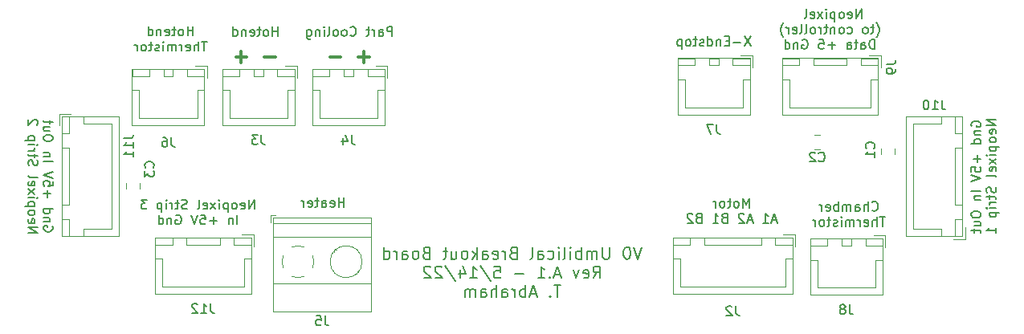
<source format=gbr>
%TF.GenerationSoftware,KiCad,Pcbnew,(6.0.0)*%
%TF.CreationDate,2022-05-14T21:45:35-04:00*%
%TF.ProjectId,V0-UmbilicalBoard,56302d55-6d62-4696-9c69-63616c426f61,rev?*%
%TF.SameCoordinates,Original*%
%TF.FileFunction,Legend,Bot*%
%TF.FilePolarity,Positive*%
%FSLAX46Y46*%
G04 Gerber Fmt 4.6, Leading zero omitted, Abs format (unit mm)*
G04 Created by KiCad (PCBNEW (6.0.0)) date 2022-05-14 21:45:35*
%MOMM*%
%LPD*%
G01*
G04 APERTURE LIST*
%ADD10C,0.200000*%
%ADD11C,0.150000*%
%ADD12C,0.300000*%
%ADD13C,0.120000*%
G04 APERTURE END LIST*
D10*
X113660714Y-107462976D02*
X113244047Y-108712976D01*
X112827380Y-107462976D01*
X112172619Y-107462976D02*
X112053571Y-107462976D01*
X111934523Y-107522500D01*
X111875000Y-107582023D01*
X111815476Y-107701071D01*
X111755952Y-107939166D01*
X111755952Y-108236785D01*
X111815476Y-108474880D01*
X111875000Y-108593928D01*
X111934523Y-108653452D01*
X112053571Y-108712976D01*
X112172619Y-108712976D01*
X112291666Y-108653452D01*
X112351190Y-108593928D01*
X112410714Y-108474880D01*
X112470238Y-108236785D01*
X112470238Y-107939166D01*
X112410714Y-107701071D01*
X112351190Y-107582023D01*
X112291666Y-107522500D01*
X112172619Y-107462976D01*
X110267857Y-107462976D02*
X110267857Y-108474880D01*
X110208333Y-108593928D01*
X110148809Y-108653452D01*
X110029761Y-108712976D01*
X109791666Y-108712976D01*
X109672619Y-108653452D01*
X109613095Y-108593928D01*
X109553571Y-108474880D01*
X109553571Y-107462976D01*
X108958333Y-108712976D02*
X108958333Y-107879642D01*
X108958333Y-107998690D02*
X108898809Y-107939166D01*
X108779761Y-107879642D01*
X108601190Y-107879642D01*
X108482142Y-107939166D01*
X108422619Y-108058214D01*
X108422619Y-108712976D01*
X108422619Y-108058214D02*
X108363095Y-107939166D01*
X108244047Y-107879642D01*
X108065476Y-107879642D01*
X107946428Y-107939166D01*
X107886904Y-108058214D01*
X107886904Y-108712976D01*
X107291666Y-108712976D02*
X107291666Y-107462976D01*
X107291666Y-107939166D02*
X107172619Y-107879642D01*
X106934523Y-107879642D01*
X106815476Y-107939166D01*
X106755952Y-107998690D01*
X106696428Y-108117738D01*
X106696428Y-108474880D01*
X106755952Y-108593928D01*
X106815476Y-108653452D01*
X106934523Y-108712976D01*
X107172619Y-108712976D01*
X107291666Y-108653452D01*
X106160714Y-108712976D02*
X106160714Y-107879642D01*
X106160714Y-107462976D02*
X106220238Y-107522500D01*
X106160714Y-107582023D01*
X106101190Y-107522500D01*
X106160714Y-107462976D01*
X106160714Y-107582023D01*
X105386904Y-108712976D02*
X105505952Y-108653452D01*
X105565476Y-108534404D01*
X105565476Y-107462976D01*
X104910714Y-108712976D02*
X104910714Y-107879642D01*
X104910714Y-107462976D02*
X104970238Y-107522500D01*
X104910714Y-107582023D01*
X104851190Y-107522500D01*
X104910714Y-107462976D01*
X104910714Y-107582023D01*
X103779761Y-108653452D02*
X103898809Y-108712976D01*
X104136904Y-108712976D01*
X104255952Y-108653452D01*
X104315476Y-108593928D01*
X104375000Y-108474880D01*
X104375000Y-108117738D01*
X104315476Y-107998690D01*
X104255952Y-107939166D01*
X104136904Y-107879642D01*
X103898809Y-107879642D01*
X103779761Y-107939166D01*
X102708333Y-108712976D02*
X102708333Y-108058214D01*
X102767857Y-107939166D01*
X102886904Y-107879642D01*
X103125000Y-107879642D01*
X103244047Y-107939166D01*
X102708333Y-108653452D02*
X102827380Y-108712976D01*
X103125000Y-108712976D01*
X103244047Y-108653452D01*
X103303571Y-108534404D01*
X103303571Y-108415357D01*
X103244047Y-108296309D01*
X103125000Y-108236785D01*
X102827380Y-108236785D01*
X102708333Y-108177261D01*
X101934523Y-108712976D02*
X102053571Y-108653452D01*
X102113095Y-108534404D01*
X102113095Y-107462976D01*
X100089285Y-108058214D02*
X99910714Y-108117738D01*
X99851190Y-108177261D01*
X99791666Y-108296309D01*
X99791666Y-108474880D01*
X99851190Y-108593928D01*
X99910714Y-108653452D01*
X100029761Y-108712976D01*
X100505952Y-108712976D01*
X100505952Y-107462976D01*
X100089285Y-107462976D01*
X99970238Y-107522500D01*
X99910714Y-107582023D01*
X99851190Y-107701071D01*
X99851190Y-107820119D01*
X99910714Y-107939166D01*
X99970238Y-107998690D01*
X100089285Y-108058214D01*
X100505952Y-108058214D01*
X99255952Y-108712976D02*
X99255952Y-107879642D01*
X99255952Y-108117738D02*
X99196428Y-107998690D01*
X99136904Y-107939166D01*
X99017857Y-107879642D01*
X98898809Y-107879642D01*
X98005952Y-108653452D02*
X98125000Y-108712976D01*
X98363095Y-108712976D01*
X98482142Y-108653452D01*
X98541666Y-108534404D01*
X98541666Y-108058214D01*
X98482142Y-107939166D01*
X98363095Y-107879642D01*
X98125000Y-107879642D01*
X98005952Y-107939166D01*
X97946428Y-108058214D01*
X97946428Y-108177261D01*
X98541666Y-108296309D01*
X96875000Y-108712976D02*
X96875000Y-108058214D01*
X96934523Y-107939166D01*
X97053571Y-107879642D01*
X97291666Y-107879642D01*
X97410714Y-107939166D01*
X96875000Y-108653452D02*
X96994047Y-108712976D01*
X97291666Y-108712976D01*
X97410714Y-108653452D01*
X97470238Y-108534404D01*
X97470238Y-108415357D01*
X97410714Y-108296309D01*
X97291666Y-108236785D01*
X96994047Y-108236785D01*
X96875000Y-108177261D01*
X96279761Y-108712976D02*
X96279761Y-107462976D01*
X96160714Y-108236785D02*
X95803571Y-108712976D01*
X95803571Y-107879642D02*
X96279761Y-108355833D01*
X95089285Y-108712976D02*
X95208333Y-108653452D01*
X95267857Y-108593928D01*
X95327380Y-108474880D01*
X95327380Y-108117738D01*
X95267857Y-107998690D01*
X95208333Y-107939166D01*
X95089285Y-107879642D01*
X94910714Y-107879642D01*
X94791666Y-107939166D01*
X94732142Y-107998690D01*
X94672619Y-108117738D01*
X94672619Y-108474880D01*
X94732142Y-108593928D01*
X94791666Y-108653452D01*
X94910714Y-108712976D01*
X95089285Y-108712976D01*
X93601190Y-107879642D02*
X93601190Y-108712976D01*
X94136904Y-107879642D02*
X94136904Y-108534404D01*
X94077380Y-108653452D01*
X93958333Y-108712976D01*
X93779761Y-108712976D01*
X93660714Y-108653452D01*
X93601190Y-108593928D01*
X93184523Y-107879642D02*
X92708333Y-107879642D01*
X93005952Y-107462976D02*
X93005952Y-108534404D01*
X92946428Y-108653452D01*
X92827380Y-108712976D01*
X92708333Y-108712976D01*
X90922619Y-108058214D02*
X90744047Y-108117738D01*
X90684523Y-108177261D01*
X90625000Y-108296309D01*
X90625000Y-108474880D01*
X90684523Y-108593928D01*
X90744047Y-108653452D01*
X90863095Y-108712976D01*
X91339285Y-108712976D01*
X91339285Y-107462976D01*
X90922619Y-107462976D01*
X90803571Y-107522500D01*
X90744047Y-107582023D01*
X90684523Y-107701071D01*
X90684523Y-107820119D01*
X90744047Y-107939166D01*
X90803571Y-107998690D01*
X90922619Y-108058214D01*
X91339285Y-108058214D01*
X89910714Y-108712976D02*
X90029761Y-108653452D01*
X90089285Y-108593928D01*
X90148809Y-108474880D01*
X90148809Y-108117738D01*
X90089285Y-107998690D01*
X90029761Y-107939166D01*
X89910714Y-107879642D01*
X89732142Y-107879642D01*
X89613095Y-107939166D01*
X89553571Y-107998690D01*
X89494047Y-108117738D01*
X89494047Y-108474880D01*
X89553571Y-108593928D01*
X89613095Y-108653452D01*
X89732142Y-108712976D01*
X89910714Y-108712976D01*
X88422619Y-108712976D02*
X88422619Y-108058214D01*
X88482142Y-107939166D01*
X88601190Y-107879642D01*
X88839285Y-107879642D01*
X88958333Y-107939166D01*
X88422619Y-108653452D02*
X88541666Y-108712976D01*
X88839285Y-108712976D01*
X88958333Y-108653452D01*
X89017857Y-108534404D01*
X89017857Y-108415357D01*
X88958333Y-108296309D01*
X88839285Y-108236785D01*
X88541666Y-108236785D01*
X88422619Y-108177261D01*
X87827380Y-108712976D02*
X87827380Y-107879642D01*
X87827380Y-108117738D02*
X87767857Y-107998690D01*
X87708333Y-107939166D01*
X87589285Y-107879642D01*
X87470238Y-107879642D01*
X86517857Y-108712976D02*
X86517857Y-107462976D01*
X86517857Y-108653452D02*
X86636904Y-108712976D01*
X86875000Y-108712976D01*
X86994047Y-108653452D01*
X87053571Y-108593928D01*
X87113095Y-108474880D01*
X87113095Y-108117738D01*
X87053571Y-107998690D01*
X86994047Y-107939166D01*
X86875000Y-107879642D01*
X86636904Y-107879642D01*
X86517857Y-107939166D01*
X108541666Y-110725476D02*
X108958333Y-110130238D01*
X109255952Y-110725476D02*
X109255952Y-109475476D01*
X108779761Y-109475476D01*
X108660714Y-109535000D01*
X108601190Y-109594523D01*
X108541666Y-109713571D01*
X108541666Y-109892142D01*
X108601190Y-110011190D01*
X108660714Y-110070714D01*
X108779761Y-110130238D01*
X109255952Y-110130238D01*
X107529761Y-110665952D02*
X107648809Y-110725476D01*
X107886904Y-110725476D01*
X108005952Y-110665952D01*
X108065476Y-110546904D01*
X108065476Y-110070714D01*
X108005952Y-109951666D01*
X107886904Y-109892142D01*
X107648809Y-109892142D01*
X107529761Y-109951666D01*
X107470238Y-110070714D01*
X107470238Y-110189761D01*
X108065476Y-110308809D01*
X107053571Y-109892142D02*
X106755952Y-110725476D01*
X106458333Y-109892142D01*
X105089285Y-110368333D02*
X104494047Y-110368333D01*
X105208333Y-110725476D02*
X104791666Y-109475476D01*
X104375000Y-110725476D01*
X103958333Y-110606428D02*
X103898809Y-110665952D01*
X103958333Y-110725476D01*
X104017857Y-110665952D01*
X103958333Y-110606428D01*
X103958333Y-110725476D01*
X102708333Y-110725476D02*
X103422619Y-110725476D01*
X103065476Y-110725476D02*
X103065476Y-109475476D01*
X103184523Y-109654047D01*
X103303571Y-109773095D01*
X103422619Y-109832619D01*
X101220238Y-110249285D02*
X100267857Y-110249285D01*
X98125000Y-109475476D02*
X98720238Y-109475476D01*
X98779761Y-110070714D01*
X98720238Y-110011190D01*
X98601190Y-109951666D01*
X98303571Y-109951666D01*
X98184523Y-110011190D01*
X98125000Y-110070714D01*
X98065476Y-110189761D01*
X98065476Y-110487380D01*
X98125000Y-110606428D01*
X98184523Y-110665952D01*
X98303571Y-110725476D01*
X98601190Y-110725476D01*
X98720238Y-110665952D01*
X98779761Y-110606428D01*
X96636904Y-109415952D02*
X97708333Y-111023095D01*
X95565476Y-110725476D02*
X96279761Y-110725476D01*
X95922619Y-110725476D02*
X95922619Y-109475476D01*
X96041666Y-109654047D01*
X96160714Y-109773095D01*
X96279761Y-109832619D01*
X94494047Y-109892142D02*
X94494047Y-110725476D01*
X94791666Y-109415952D02*
X95089285Y-110308809D01*
X94315476Y-110308809D01*
X92946428Y-109415952D02*
X94017857Y-111023095D01*
X92589285Y-109594523D02*
X92529761Y-109535000D01*
X92410714Y-109475476D01*
X92113095Y-109475476D01*
X91994047Y-109535000D01*
X91934523Y-109594523D01*
X91875000Y-109713571D01*
X91875000Y-109832619D01*
X91934523Y-110011190D01*
X92648809Y-110725476D01*
X91875000Y-110725476D01*
X91398809Y-109594523D02*
X91339285Y-109535000D01*
X91220238Y-109475476D01*
X90922619Y-109475476D01*
X90803571Y-109535000D01*
X90744047Y-109594523D01*
X90684523Y-109713571D01*
X90684523Y-109832619D01*
X90744047Y-110011190D01*
X91458333Y-110725476D01*
X90684523Y-110725476D01*
X105148809Y-111487976D02*
X104434523Y-111487976D01*
X104791666Y-112737976D02*
X104791666Y-111487976D01*
X104017857Y-112618928D02*
X103958333Y-112678452D01*
X104017857Y-112737976D01*
X104077380Y-112678452D01*
X104017857Y-112618928D01*
X104017857Y-112737976D01*
X102529761Y-112380833D02*
X101934523Y-112380833D01*
X102648809Y-112737976D02*
X102232142Y-111487976D01*
X101815476Y-112737976D01*
X101398809Y-112737976D02*
X101398809Y-111487976D01*
X101398809Y-111964166D02*
X101279761Y-111904642D01*
X101041666Y-111904642D01*
X100922619Y-111964166D01*
X100863095Y-112023690D01*
X100803571Y-112142738D01*
X100803571Y-112499880D01*
X100863095Y-112618928D01*
X100922619Y-112678452D01*
X101041666Y-112737976D01*
X101279761Y-112737976D01*
X101398809Y-112678452D01*
X100267857Y-112737976D02*
X100267857Y-111904642D01*
X100267857Y-112142738D02*
X100208333Y-112023690D01*
X100148809Y-111964166D01*
X100029761Y-111904642D01*
X99910714Y-111904642D01*
X98958333Y-112737976D02*
X98958333Y-112083214D01*
X99017857Y-111964166D01*
X99136904Y-111904642D01*
X99375000Y-111904642D01*
X99494047Y-111964166D01*
X98958333Y-112678452D02*
X99077380Y-112737976D01*
X99375000Y-112737976D01*
X99494047Y-112678452D01*
X99553571Y-112559404D01*
X99553571Y-112440357D01*
X99494047Y-112321309D01*
X99375000Y-112261785D01*
X99077380Y-112261785D01*
X98958333Y-112202261D01*
X98363095Y-112737976D02*
X98363095Y-111487976D01*
X97827380Y-112737976D02*
X97827380Y-112083214D01*
X97886904Y-111964166D01*
X98005952Y-111904642D01*
X98184523Y-111904642D01*
X98303571Y-111964166D01*
X98363095Y-112023690D01*
X96696428Y-112737976D02*
X96696428Y-112083214D01*
X96755952Y-111964166D01*
X96875000Y-111904642D01*
X97113095Y-111904642D01*
X97232142Y-111964166D01*
X96696428Y-112678452D02*
X96815476Y-112737976D01*
X97113095Y-112737976D01*
X97232142Y-112678452D01*
X97291666Y-112559404D01*
X97291666Y-112440357D01*
X97232142Y-112321309D01*
X97113095Y-112261785D01*
X96815476Y-112261785D01*
X96696428Y-112202261D01*
X96101190Y-112737976D02*
X96101190Y-111904642D01*
X96101190Y-112023690D02*
X96041666Y-111964166D01*
X95922619Y-111904642D01*
X95744047Y-111904642D01*
X95625000Y-111964166D01*
X95565476Y-112083214D01*
X95565476Y-112737976D01*
X95565476Y-112083214D02*
X95505952Y-111964166D01*
X95386904Y-111904642D01*
X95208333Y-111904642D01*
X95089285Y-111964166D01*
X95029761Y-112083214D01*
X95029761Y-112737976D01*
D11*
X51555000Y-105261904D02*
X51602619Y-105357142D01*
X51602619Y-105500000D01*
X51555000Y-105642857D01*
X51459761Y-105738095D01*
X51364523Y-105785714D01*
X51174047Y-105833333D01*
X51031190Y-105833333D01*
X50840714Y-105785714D01*
X50745476Y-105738095D01*
X50650238Y-105642857D01*
X50602619Y-105500000D01*
X50602619Y-105404761D01*
X50650238Y-105261904D01*
X50697857Y-105214285D01*
X51031190Y-105214285D01*
X51031190Y-105404761D01*
X51269285Y-104785714D02*
X50602619Y-104785714D01*
X51174047Y-104785714D02*
X51221666Y-104738095D01*
X51269285Y-104642857D01*
X51269285Y-104500000D01*
X51221666Y-104404761D01*
X51126428Y-104357142D01*
X50602619Y-104357142D01*
X50602619Y-103452380D02*
X51602619Y-103452380D01*
X50650238Y-103452380D02*
X50602619Y-103547619D01*
X50602619Y-103738095D01*
X50650238Y-103833333D01*
X50697857Y-103880952D01*
X50793095Y-103928571D01*
X51078809Y-103928571D01*
X51174047Y-103880952D01*
X51221666Y-103833333D01*
X51269285Y-103738095D01*
X51269285Y-103547619D01*
X51221666Y-103452380D01*
X50983571Y-102214285D02*
X50983571Y-101452380D01*
X50602619Y-101833333D02*
X51364523Y-101833333D01*
X51602619Y-100500000D02*
X51602619Y-100976190D01*
X51126428Y-101023809D01*
X51174047Y-100976190D01*
X51221666Y-100880952D01*
X51221666Y-100642857D01*
X51174047Y-100547619D01*
X51126428Y-100500000D01*
X51031190Y-100452380D01*
X50793095Y-100452380D01*
X50697857Y-100500000D01*
X50650238Y-100547619D01*
X50602619Y-100642857D01*
X50602619Y-100880952D01*
X50650238Y-100976190D01*
X50697857Y-101023809D01*
X51602619Y-100166666D02*
X50602619Y-99833333D01*
X51602619Y-99500000D01*
X50602619Y-98404761D02*
X51602619Y-98404761D01*
X51269285Y-97928571D02*
X50602619Y-97928571D01*
X51174047Y-97928571D02*
X51221666Y-97880952D01*
X51269285Y-97785714D01*
X51269285Y-97642857D01*
X51221666Y-97547619D01*
X51126428Y-97500000D01*
X50602619Y-97500000D01*
X51602619Y-96071428D02*
X51602619Y-95880952D01*
X51555000Y-95785714D01*
X51459761Y-95690476D01*
X51269285Y-95642857D01*
X50935952Y-95642857D01*
X50745476Y-95690476D01*
X50650238Y-95785714D01*
X50602619Y-95880952D01*
X50602619Y-96071428D01*
X50650238Y-96166666D01*
X50745476Y-96261904D01*
X50935952Y-96309523D01*
X51269285Y-96309523D01*
X51459761Y-96261904D01*
X51555000Y-96166666D01*
X51602619Y-96071428D01*
X51269285Y-94785714D02*
X50602619Y-94785714D01*
X51269285Y-95214285D02*
X50745476Y-95214285D01*
X50650238Y-95166666D01*
X50602619Y-95071428D01*
X50602619Y-94928571D01*
X50650238Y-94833333D01*
X50697857Y-94785714D01*
X51269285Y-94452380D02*
X51269285Y-94071428D01*
X51602619Y-94309523D02*
X50745476Y-94309523D01*
X50650238Y-94261904D01*
X50602619Y-94166666D01*
X50602619Y-94071428D01*
X48992619Y-105952380D02*
X49992619Y-105952380D01*
X48992619Y-105380952D01*
X49992619Y-105380952D01*
X49040238Y-104523809D02*
X48992619Y-104619047D01*
X48992619Y-104809523D01*
X49040238Y-104904761D01*
X49135476Y-104952380D01*
X49516428Y-104952380D01*
X49611666Y-104904761D01*
X49659285Y-104809523D01*
X49659285Y-104619047D01*
X49611666Y-104523809D01*
X49516428Y-104476190D01*
X49421190Y-104476190D01*
X49325952Y-104952380D01*
X48992619Y-103904761D02*
X49040238Y-104000000D01*
X49087857Y-104047619D01*
X49183095Y-104095238D01*
X49468809Y-104095238D01*
X49564047Y-104047619D01*
X49611666Y-104000000D01*
X49659285Y-103904761D01*
X49659285Y-103761904D01*
X49611666Y-103666666D01*
X49564047Y-103619047D01*
X49468809Y-103571428D01*
X49183095Y-103571428D01*
X49087857Y-103619047D01*
X49040238Y-103666666D01*
X48992619Y-103761904D01*
X48992619Y-103904761D01*
X49659285Y-103142857D02*
X48659285Y-103142857D01*
X49611666Y-103142857D02*
X49659285Y-103047619D01*
X49659285Y-102857142D01*
X49611666Y-102761904D01*
X49564047Y-102714285D01*
X49468809Y-102666666D01*
X49183095Y-102666666D01*
X49087857Y-102714285D01*
X49040238Y-102761904D01*
X48992619Y-102857142D01*
X48992619Y-103047619D01*
X49040238Y-103142857D01*
X48992619Y-102238095D02*
X49659285Y-102238095D01*
X49992619Y-102238095D02*
X49945000Y-102285714D01*
X49897380Y-102238095D01*
X49945000Y-102190476D01*
X49992619Y-102238095D01*
X49897380Y-102238095D01*
X48992619Y-101857142D02*
X49659285Y-101333333D01*
X49659285Y-101857142D02*
X48992619Y-101333333D01*
X49040238Y-100571428D02*
X48992619Y-100666666D01*
X48992619Y-100857142D01*
X49040238Y-100952380D01*
X49135476Y-101000000D01*
X49516428Y-101000000D01*
X49611666Y-100952380D01*
X49659285Y-100857142D01*
X49659285Y-100666666D01*
X49611666Y-100571428D01*
X49516428Y-100523809D01*
X49421190Y-100523809D01*
X49325952Y-101000000D01*
X48992619Y-99952380D02*
X49040238Y-100047619D01*
X49135476Y-100095238D01*
X49992619Y-100095238D01*
X49040238Y-98857142D02*
X48992619Y-98714285D01*
X48992619Y-98476190D01*
X49040238Y-98380952D01*
X49087857Y-98333333D01*
X49183095Y-98285714D01*
X49278333Y-98285714D01*
X49373571Y-98333333D01*
X49421190Y-98380952D01*
X49468809Y-98476190D01*
X49516428Y-98666666D01*
X49564047Y-98761904D01*
X49611666Y-98809523D01*
X49706904Y-98857142D01*
X49802142Y-98857142D01*
X49897380Y-98809523D01*
X49945000Y-98761904D01*
X49992619Y-98666666D01*
X49992619Y-98428571D01*
X49945000Y-98285714D01*
X49659285Y-98000000D02*
X49659285Y-97619047D01*
X49992619Y-97857142D02*
X49135476Y-97857142D01*
X49040238Y-97809523D01*
X48992619Y-97714285D01*
X48992619Y-97619047D01*
X48992619Y-97285714D02*
X49659285Y-97285714D01*
X49468809Y-97285714D02*
X49564047Y-97238095D01*
X49611666Y-97190476D01*
X49659285Y-97095238D01*
X49659285Y-97000000D01*
X48992619Y-96666666D02*
X49659285Y-96666666D01*
X49992619Y-96666666D02*
X49945000Y-96714285D01*
X49897380Y-96666666D01*
X49945000Y-96619047D01*
X49992619Y-96666666D01*
X49897380Y-96666666D01*
X49659285Y-96190476D02*
X48659285Y-96190476D01*
X49611666Y-96190476D02*
X49659285Y-96095238D01*
X49659285Y-95904761D01*
X49611666Y-95809523D01*
X49564047Y-95761904D01*
X49468809Y-95714285D01*
X49183095Y-95714285D01*
X49087857Y-95761904D01*
X49040238Y-95809523D01*
X48992619Y-95904761D01*
X48992619Y-96095238D01*
X49040238Y-96190476D01*
X49897380Y-94571428D02*
X49945000Y-94523809D01*
X49992619Y-94428571D01*
X49992619Y-94190476D01*
X49945000Y-94095238D01*
X49897380Y-94047619D01*
X49802142Y-94000000D01*
X49706904Y-94000000D01*
X49564047Y-94047619D01*
X48992619Y-94619047D01*
X48992619Y-94000000D01*
X148445000Y-94738095D02*
X148397380Y-94642857D01*
X148397380Y-94500000D01*
X148445000Y-94357142D01*
X148540238Y-94261904D01*
X148635476Y-94214285D01*
X148825952Y-94166666D01*
X148968809Y-94166666D01*
X149159285Y-94214285D01*
X149254523Y-94261904D01*
X149349761Y-94357142D01*
X149397380Y-94500000D01*
X149397380Y-94595238D01*
X149349761Y-94738095D01*
X149302142Y-94785714D01*
X148968809Y-94785714D01*
X148968809Y-94595238D01*
X148730714Y-95214285D02*
X149397380Y-95214285D01*
X148825952Y-95214285D02*
X148778333Y-95261904D01*
X148730714Y-95357142D01*
X148730714Y-95500000D01*
X148778333Y-95595238D01*
X148873571Y-95642857D01*
X149397380Y-95642857D01*
X149397380Y-96547619D02*
X148397380Y-96547619D01*
X149349761Y-96547619D02*
X149397380Y-96452380D01*
X149397380Y-96261904D01*
X149349761Y-96166666D01*
X149302142Y-96119047D01*
X149206904Y-96071428D01*
X148921190Y-96071428D01*
X148825952Y-96119047D01*
X148778333Y-96166666D01*
X148730714Y-96261904D01*
X148730714Y-96452380D01*
X148778333Y-96547619D01*
X149016428Y-97785714D02*
X149016428Y-98547619D01*
X149397380Y-98166666D02*
X148635476Y-98166666D01*
X148397380Y-99500000D02*
X148397380Y-99023809D01*
X148873571Y-98976190D01*
X148825952Y-99023809D01*
X148778333Y-99119047D01*
X148778333Y-99357142D01*
X148825952Y-99452380D01*
X148873571Y-99500000D01*
X148968809Y-99547619D01*
X149206904Y-99547619D01*
X149302142Y-99500000D01*
X149349761Y-99452380D01*
X149397380Y-99357142D01*
X149397380Y-99119047D01*
X149349761Y-99023809D01*
X149302142Y-98976190D01*
X148397380Y-99833333D02*
X149397380Y-100166666D01*
X148397380Y-100500000D01*
X149397380Y-101595238D02*
X148397380Y-101595238D01*
X148730714Y-102071428D02*
X149397380Y-102071428D01*
X148825952Y-102071428D02*
X148778333Y-102119047D01*
X148730714Y-102214285D01*
X148730714Y-102357142D01*
X148778333Y-102452380D01*
X148873571Y-102500000D01*
X149397380Y-102500000D01*
X148397380Y-103928571D02*
X148397380Y-104119047D01*
X148445000Y-104214285D01*
X148540238Y-104309523D01*
X148730714Y-104357142D01*
X149064047Y-104357142D01*
X149254523Y-104309523D01*
X149349761Y-104214285D01*
X149397380Y-104119047D01*
X149397380Y-103928571D01*
X149349761Y-103833333D01*
X149254523Y-103738095D01*
X149064047Y-103690476D01*
X148730714Y-103690476D01*
X148540238Y-103738095D01*
X148445000Y-103833333D01*
X148397380Y-103928571D01*
X148730714Y-105214285D02*
X149397380Y-105214285D01*
X148730714Y-104785714D02*
X149254523Y-104785714D01*
X149349761Y-104833333D01*
X149397380Y-104928571D01*
X149397380Y-105071428D01*
X149349761Y-105166666D01*
X149302142Y-105214285D01*
X148730714Y-105547619D02*
X148730714Y-105928571D01*
X148397380Y-105690476D02*
X149254523Y-105690476D01*
X149349761Y-105738095D01*
X149397380Y-105833333D01*
X149397380Y-105928571D01*
X151007380Y-94047619D02*
X150007380Y-94047619D01*
X151007380Y-94619047D01*
X150007380Y-94619047D01*
X150959761Y-95476190D02*
X151007380Y-95380952D01*
X151007380Y-95190476D01*
X150959761Y-95095238D01*
X150864523Y-95047619D01*
X150483571Y-95047619D01*
X150388333Y-95095238D01*
X150340714Y-95190476D01*
X150340714Y-95380952D01*
X150388333Y-95476190D01*
X150483571Y-95523809D01*
X150578809Y-95523809D01*
X150674047Y-95047619D01*
X151007380Y-96095238D02*
X150959761Y-96000000D01*
X150912142Y-95952380D01*
X150816904Y-95904761D01*
X150531190Y-95904761D01*
X150435952Y-95952380D01*
X150388333Y-96000000D01*
X150340714Y-96095238D01*
X150340714Y-96238095D01*
X150388333Y-96333333D01*
X150435952Y-96380952D01*
X150531190Y-96428571D01*
X150816904Y-96428571D01*
X150912142Y-96380952D01*
X150959761Y-96333333D01*
X151007380Y-96238095D01*
X151007380Y-96095238D01*
X150340714Y-96857142D02*
X151340714Y-96857142D01*
X150388333Y-96857142D02*
X150340714Y-96952380D01*
X150340714Y-97142857D01*
X150388333Y-97238095D01*
X150435952Y-97285714D01*
X150531190Y-97333333D01*
X150816904Y-97333333D01*
X150912142Y-97285714D01*
X150959761Y-97238095D01*
X151007380Y-97142857D01*
X151007380Y-96952380D01*
X150959761Y-96857142D01*
X151007380Y-97761904D02*
X150340714Y-97761904D01*
X150007380Y-97761904D02*
X150055000Y-97714285D01*
X150102619Y-97761904D01*
X150055000Y-97809523D01*
X150007380Y-97761904D01*
X150102619Y-97761904D01*
X151007380Y-98142857D02*
X150340714Y-98666666D01*
X150340714Y-98142857D02*
X151007380Y-98666666D01*
X150959761Y-99428571D02*
X151007380Y-99333333D01*
X151007380Y-99142857D01*
X150959761Y-99047619D01*
X150864523Y-99000000D01*
X150483571Y-99000000D01*
X150388333Y-99047619D01*
X150340714Y-99142857D01*
X150340714Y-99333333D01*
X150388333Y-99428571D01*
X150483571Y-99476190D01*
X150578809Y-99476190D01*
X150674047Y-99000000D01*
X151007380Y-100047619D02*
X150959761Y-99952380D01*
X150864523Y-99904761D01*
X150007380Y-99904761D01*
X150959761Y-101142857D02*
X151007380Y-101285714D01*
X151007380Y-101523809D01*
X150959761Y-101619047D01*
X150912142Y-101666666D01*
X150816904Y-101714285D01*
X150721666Y-101714285D01*
X150626428Y-101666666D01*
X150578809Y-101619047D01*
X150531190Y-101523809D01*
X150483571Y-101333333D01*
X150435952Y-101238095D01*
X150388333Y-101190476D01*
X150293095Y-101142857D01*
X150197857Y-101142857D01*
X150102619Y-101190476D01*
X150055000Y-101238095D01*
X150007380Y-101333333D01*
X150007380Y-101571428D01*
X150055000Y-101714285D01*
X150340714Y-102000000D02*
X150340714Y-102380952D01*
X150007380Y-102142857D02*
X150864523Y-102142857D01*
X150959761Y-102190476D01*
X151007380Y-102285714D01*
X151007380Y-102380952D01*
X151007380Y-102714285D02*
X150340714Y-102714285D01*
X150531190Y-102714285D02*
X150435952Y-102761904D01*
X150388333Y-102809523D01*
X150340714Y-102904761D01*
X150340714Y-103000000D01*
X151007380Y-103333333D02*
X150340714Y-103333333D01*
X150007380Y-103333333D02*
X150055000Y-103285714D01*
X150102619Y-103333333D01*
X150055000Y-103380952D01*
X150007380Y-103333333D01*
X150102619Y-103333333D01*
X150340714Y-103809523D02*
X151340714Y-103809523D01*
X150388333Y-103809523D02*
X150340714Y-103904761D01*
X150340714Y-104095238D01*
X150388333Y-104190476D01*
X150435952Y-104238095D01*
X150531190Y-104285714D01*
X150816904Y-104285714D01*
X150912142Y-104238095D01*
X150959761Y-104190476D01*
X151007380Y-104095238D01*
X151007380Y-103904761D01*
X150959761Y-103809523D01*
X151007380Y-106000000D02*
X151007380Y-105428571D01*
X151007380Y-105714285D02*
X150007380Y-105714285D01*
X150150238Y-105619047D01*
X150245476Y-105523809D01*
X150293095Y-105428571D01*
X124993333Y-103297380D02*
X124993333Y-102297380D01*
X124660000Y-103011666D01*
X124326666Y-102297380D01*
X124326666Y-103297380D01*
X123707619Y-103297380D02*
X123802857Y-103249761D01*
X123850476Y-103202142D01*
X123898095Y-103106904D01*
X123898095Y-102821190D01*
X123850476Y-102725952D01*
X123802857Y-102678333D01*
X123707619Y-102630714D01*
X123564761Y-102630714D01*
X123469523Y-102678333D01*
X123421904Y-102725952D01*
X123374285Y-102821190D01*
X123374285Y-103106904D01*
X123421904Y-103202142D01*
X123469523Y-103249761D01*
X123564761Y-103297380D01*
X123707619Y-103297380D01*
X123088571Y-102630714D02*
X122707619Y-102630714D01*
X122945714Y-102297380D02*
X122945714Y-103154523D01*
X122898095Y-103249761D01*
X122802857Y-103297380D01*
X122707619Y-103297380D01*
X122231428Y-103297380D02*
X122326666Y-103249761D01*
X122374285Y-103202142D01*
X122421904Y-103106904D01*
X122421904Y-102821190D01*
X122374285Y-102725952D01*
X122326666Y-102678333D01*
X122231428Y-102630714D01*
X122088571Y-102630714D01*
X121993333Y-102678333D01*
X121945714Y-102725952D01*
X121898095Y-102821190D01*
X121898095Y-103106904D01*
X121945714Y-103202142D01*
X121993333Y-103249761D01*
X122088571Y-103297380D01*
X122231428Y-103297380D01*
X121469523Y-103297380D02*
X121469523Y-102630714D01*
X121469523Y-102821190D02*
X121421904Y-102725952D01*
X121374285Y-102678333D01*
X121279047Y-102630714D01*
X121183809Y-102630714D01*
X127874285Y-104621666D02*
X127398095Y-104621666D01*
X127969523Y-104907380D02*
X127636190Y-103907380D01*
X127302857Y-104907380D01*
X126445714Y-104907380D02*
X127017142Y-104907380D01*
X126731428Y-104907380D02*
X126731428Y-103907380D01*
X126826666Y-104050238D01*
X126921904Y-104145476D01*
X127017142Y-104193095D01*
X125302857Y-104621666D02*
X124826666Y-104621666D01*
X125398095Y-104907380D02*
X125064761Y-103907380D01*
X124731428Y-104907380D01*
X124445714Y-104002619D02*
X124398095Y-103955000D01*
X124302857Y-103907380D01*
X124064761Y-103907380D01*
X123969523Y-103955000D01*
X123921904Y-104002619D01*
X123874285Y-104097857D01*
X123874285Y-104193095D01*
X123921904Y-104335952D01*
X124493333Y-104907380D01*
X123874285Y-104907380D01*
X122350476Y-104383571D02*
X122207619Y-104431190D01*
X122160000Y-104478809D01*
X122112380Y-104574047D01*
X122112380Y-104716904D01*
X122160000Y-104812142D01*
X122207619Y-104859761D01*
X122302857Y-104907380D01*
X122683809Y-104907380D01*
X122683809Y-103907380D01*
X122350476Y-103907380D01*
X122255238Y-103955000D01*
X122207619Y-104002619D01*
X122160000Y-104097857D01*
X122160000Y-104193095D01*
X122207619Y-104288333D01*
X122255238Y-104335952D01*
X122350476Y-104383571D01*
X122683809Y-104383571D01*
X121160000Y-104907380D02*
X121731428Y-104907380D01*
X121445714Y-104907380D02*
X121445714Y-103907380D01*
X121540952Y-104050238D01*
X121636190Y-104145476D01*
X121731428Y-104193095D01*
X119636190Y-104383571D02*
X119493333Y-104431190D01*
X119445714Y-104478809D01*
X119398095Y-104574047D01*
X119398095Y-104716904D01*
X119445714Y-104812142D01*
X119493333Y-104859761D01*
X119588571Y-104907380D01*
X119969523Y-104907380D01*
X119969523Y-103907380D01*
X119636190Y-103907380D01*
X119540952Y-103955000D01*
X119493333Y-104002619D01*
X119445714Y-104097857D01*
X119445714Y-104193095D01*
X119493333Y-104288333D01*
X119540952Y-104335952D01*
X119636190Y-104383571D01*
X119969523Y-104383571D01*
X119017142Y-104002619D02*
X118969523Y-103955000D01*
X118874285Y-103907380D01*
X118636190Y-103907380D01*
X118540952Y-103955000D01*
X118493333Y-104002619D01*
X118445714Y-104097857D01*
X118445714Y-104193095D01*
X118493333Y-104335952D01*
X119064761Y-104907380D01*
X118445714Y-104907380D01*
X72832380Y-103457380D02*
X72832380Y-102457380D01*
X72260952Y-103457380D01*
X72260952Y-102457380D01*
X71403809Y-103409761D02*
X71499047Y-103457380D01*
X71689523Y-103457380D01*
X71784761Y-103409761D01*
X71832380Y-103314523D01*
X71832380Y-102933571D01*
X71784761Y-102838333D01*
X71689523Y-102790714D01*
X71499047Y-102790714D01*
X71403809Y-102838333D01*
X71356190Y-102933571D01*
X71356190Y-103028809D01*
X71832380Y-103124047D01*
X70784761Y-103457380D02*
X70880000Y-103409761D01*
X70927619Y-103362142D01*
X70975238Y-103266904D01*
X70975238Y-102981190D01*
X70927619Y-102885952D01*
X70880000Y-102838333D01*
X70784761Y-102790714D01*
X70641904Y-102790714D01*
X70546666Y-102838333D01*
X70499047Y-102885952D01*
X70451428Y-102981190D01*
X70451428Y-103266904D01*
X70499047Y-103362142D01*
X70546666Y-103409761D01*
X70641904Y-103457380D01*
X70784761Y-103457380D01*
X70022857Y-102790714D02*
X70022857Y-103790714D01*
X70022857Y-102838333D02*
X69927619Y-102790714D01*
X69737142Y-102790714D01*
X69641904Y-102838333D01*
X69594285Y-102885952D01*
X69546666Y-102981190D01*
X69546666Y-103266904D01*
X69594285Y-103362142D01*
X69641904Y-103409761D01*
X69737142Y-103457380D01*
X69927619Y-103457380D01*
X70022857Y-103409761D01*
X69118095Y-103457380D02*
X69118095Y-102790714D01*
X69118095Y-102457380D02*
X69165714Y-102505000D01*
X69118095Y-102552619D01*
X69070476Y-102505000D01*
X69118095Y-102457380D01*
X69118095Y-102552619D01*
X68737142Y-103457380D02*
X68213333Y-102790714D01*
X68737142Y-102790714D02*
X68213333Y-103457380D01*
X67451428Y-103409761D02*
X67546666Y-103457380D01*
X67737142Y-103457380D01*
X67832380Y-103409761D01*
X67880000Y-103314523D01*
X67880000Y-102933571D01*
X67832380Y-102838333D01*
X67737142Y-102790714D01*
X67546666Y-102790714D01*
X67451428Y-102838333D01*
X67403809Y-102933571D01*
X67403809Y-103028809D01*
X67880000Y-103124047D01*
X66832380Y-103457380D02*
X66927619Y-103409761D01*
X66975238Y-103314523D01*
X66975238Y-102457380D01*
X65737142Y-103409761D02*
X65594285Y-103457380D01*
X65356190Y-103457380D01*
X65260952Y-103409761D01*
X65213333Y-103362142D01*
X65165714Y-103266904D01*
X65165714Y-103171666D01*
X65213333Y-103076428D01*
X65260952Y-103028809D01*
X65356190Y-102981190D01*
X65546666Y-102933571D01*
X65641904Y-102885952D01*
X65689523Y-102838333D01*
X65737142Y-102743095D01*
X65737142Y-102647857D01*
X65689523Y-102552619D01*
X65641904Y-102505000D01*
X65546666Y-102457380D01*
X65308571Y-102457380D01*
X65165714Y-102505000D01*
X64880000Y-102790714D02*
X64499047Y-102790714D01*
X64737142Y-102457380D02*
X64737142Y-103314523D01*
X64689523Y-103409761D01*
X64594285Y-103457380D01*
X64499047Y-103457380D01*
X64165714Y-103457380D02*
X64165714Y-102790714D01*
X64165714Y-102981190D02*
X64118095Y-102885952D01*
X64070476Y-102838333D01*
X63975238Y-102790714D01*
X63880000Y-102790714D01*
X63546666Y-103457380D02*
X63546666Y-102790714D01*
X63546666Y-102457380D02*
X63594285Y-102505000D01*
X63546666Y-102552619D01*
X63499047Y-102505000D01*
X63546666Y-102457380D01*
X63546666Y-102552619D01*
X63070476Y-102790714D02*
X63070476Y-103790714D01*
X63070476Y-102838333D02*
X62975238Y-102790714D01*
X62784761Y-102790714D01*
X62689523Y-102838333D01*
X62641904Y-102885952D01*
X62594285Y-102981190D01*
X62594285Y-103266904D01*
X62641904Y-103362142D01*
X62689523Y-103409761D01*
X62784761Y-103457380D01*
X62975238Y-103457380D01*
X63070476Y-103409761D01*
X61499047Y-102457380D02*
X60880000Y-102457380D01*
X61213333Y-102838333D01*
X61070476Y-102838333D01*
X60975238Y-102885952D01*
X60927619Y-102933571D01*
X60880000Y-103028809D01*
X60880000Y-103266904D01*
X60927619Y-103362142D01*
X60975238Y-103409761D01*
X61070476Y-103457380D01*
X61356190Y-103457380D01*
X61451428Y-103409761D01*
X61499047Y-103362142D01*
X71022857Y-105067380D02*
X71022857Y-104067380D01*
X70546666Y-104400714D02*
X70546666Y-105067380D01*
X70546666Y-104495952D02*
X70499047Y-104448333D01*
X70403809Y-104400714D01*
X70260952Y-104400714D01*
X70165714Y-104448333D01*
X70118095Y-104543571D01*
X70118095Y-105067380D01*
X68880000Y-104686428D02*
X68118095Y-104686428D01*
X68499047Y-105067380D02*
X68499047Y-104305476D01*
X67165714Y-104067380D02*
X67641904Y-104067380D01*
X67689523Y-104543571D01*
X67641904Y-104495952D01*
X67546666Y-104448333D01*
X67308571Y-104448333D01*
X67213333Y-104495952D01*
X67165714Y-104543571D01*
X67118095Y-104638809D01*
X67118095Y-104876904D01*
X67165714Y-104972142D01*
X67213333Y-105019761D01*
X67308571Y-105067380D01*
X67546666Y-105067380D01*
X67641904Y-105019761D01*
X67689523Y-104972142D01*
X66832380Y-104067380D02*
X66499047Y-105067380D01*
X66165714Y-104067380D01*
X64546666Y-104115000D02*
X64641904Y-104067380D01*
X64784761Y-104067380D01*
X64927619Y-104115000D01*
X65022857Y-104210238D01*
X65070476Y-104305476D01*
X65118095Y-104495952D01*
X65118095Y-104638809D01*
X65070476Y-104829285D01*
X65022857Y-104924523D01*
X64927619Y-105019761D01*
X64784761Y-105067380D01*
X64689523Y-105067380D01*
X64546666Y-105019761D01*
X64499047Y-104972142D01*
X64499047Y-104638809D01*
X64689523Y-104638809D01*
X64070476Y-104400714D02*
X64070476Y-105067380D01*
X64070476Y-104495952D02*
X64022857Y-104448333D01*
X63927619Y-104400714D01*
X63784761Y-104400714D01*
X63689523Y-104448333D01*
X63641904Y-104543571D01*
X63641904Y-105067380D01*
X62737142Y-105067380D02*
X62737142Y-104067380D01*
X62737142Y-105019761D02*
X62832380Y-105067380D01*
X63022857Y-105067380D01*
X63118095Y-105019761D01*
X63165714Y-104972142D01*
X63213333Y-104876904D01*
X63213333Y-104591190D01*
X63165714Y-104495952D01*
X63118095Y-104448333D01*
X63022857Y-104400714D01*
X62832380Y-104400714D01*
X62737142Y-104448333D01*
X87370000Y-85212380D02*
X87370000Y-84212380D01*
X86989047Y-84212380D01*
X86893809Y-84260000D01*
X86846190Y-84307619D01*
X86798571Y-84402857D01*
X86798571Y-84545714D01*
X86846190Y-84640952D01*
X86893809Y-84688571D01*
X86989047Y-84736190D01*
X87370000Y-84736190D01*
X85941428Y-85212380D02*
X85941428Y-84688571D01*
X85989047Y-84593333D01*
X86084285Y-84545714D01*
X86274761Y-84545714D01*
X86370000Y-84593333D01*
X85941428Y-85164761D02*
X86036666Y-85212380D01*
X86274761Y-85212380D01*
X86370000Y-85164761D01*
X86417619Y-85069523D01*
X86417619Y-84974285D01*
X86370000Y-84879047D01*
X86274761Y-84831428D01*
X86036666Y-84831428D01*
X85941428Y-84783809D01*
X85465238Y-85212380D02*
X85465238Y-84545714D01*
X85465238Y-84736190D02*
X85417619Y-84640952D01*
X85370000Y-84593333D01*
X85274761Y-84545714D01*
X85179523Y-84545714D01*
X84989047Y-84545714D02*
X84608095Y-84545714D01*
X84846190Y-84212380D02*
X84846190Y-85069523D01*
X84798571Y-85164761D01*
X84703333Y-85212380D01*
X84608095Y-85212380D01*
X82941428Y-85117142D02*
X82989047Y-85164761D01*
X83131904Y-85212380D01*
X83227142Y-85212380D01*
X83370000Y-85164761D01*
X83465238Y-85069523D01*
X83512857Y-84974285D01*
X83560476Y-84783809D01*
X83560476Y-84640952D01*
X83512857Y-84450476D01*
X83465238Y-84355238D01*
X83370000Y-84260000D01*
X83227142Y-84212380D01*
X83131904Y-84212380D01*
X82989047Y-84260000D01*
X82941428Y-84307619D01*
X82370000Y-85212380D02*
X82465238Y-85164761D01*
X82512857Y-85117142D01*
X82560476Y-85021904D01*
X82560476Y-84736190D01*
X82512857Y-84640952D01*
X82465238Y-84593333D01*
X82370000Y-84545714D01*
X82227142Y-84545714D01*
X82131904Y-84593333D01*
X82084285Y-84640952D01*
X82036666Y-84736190D01*
X82036666Y-85021904D01*
X82084285Y-85117142D01*
X82131904Y-85164761D01*
X82227142Y-85212380D01*
X82370000Y-85212380D01*
X81465238Y-85212380D02*
X81560476Y-85164761D01*
X81608095Y-85117142D01*
X81655714Y-85021904D01*
X81655714Y-84736190D01*
X81608095Y-84640952D01*
X81560476Y-84593333D01*
X81465238Y-84545714D01*
X81322380Y-84545714D01*
X81227142Y-84593333D01*
X81179523Y-84640952D01*
X81131904Y-84736190D01*
X81131904Y-85021904D01*
X81179523Y-85117142D01*
X81227142Y-85164761D01*
X81322380Y-85212380D01*
X81465238Y-85212380D01*
X80560476Y-85212380D02*
X80655714Y-85164761D01*
X80703333Y-85069523D01*
X80703333Y-84212380D01*
X80179523Y-85212380D02*
X80179523Y-84545714D01*
X80179523Y-84212380D02*
X80227142Y-84260000D01*
X80179523Y-84307619D01*
X80131904Y-84260000D01*
X80179523Y-84212380D01*
X80179523Y-84307619D01*
X79703333Y-84545714D02*
X79703333Y-85212380D01*
X79703333Y-84640952D02*
X79655714Y-84593333D01*
X79560476Y-84545714D01*
X79417619Y-84545714D01*
X79322380Y-84593333D01*
X79274761Y-84688571D01*
X79274761Y-85212380D01*
X78370000Y-84545714D02*
X78370000Y-85355238D01*
X78417619Y-85450476D01*
X78465238Y-85498095D01*
X78560476Y-85545714D01*
X78703333Y-85545714D01*
X78798571Y-85498095D01*
X78370000Y-85164761D02*
X78465238Y-85212380D01*
X78655714Y-85212380D01*
X78750952Y-85164761D01*
X78798571Y-85117142D01*
X78846190Y-85021904D01*
X78846190Y-84736190D01*
X78798571Y-84640952D01*
X78750952Y-84593333D01*
X78655714Y-84545714D01*
X78465238Y-84545714D01*
X78370000Y-84593333D01*
D12*
X75011428Y-87407142D02*
X73868571Y-87407142D01*
X72011428Y-87407142D02*
X70868571Y-87407142D01*
X71440000Y-87978571D02*
X71440000Y-86835714D01*
D11*
X75297142Y-85212380D02*
X75297142Y-84212380D01*
X75297142Y-84688571D02*
X74725714Y-84688571D01*
X74725714Y-85212380D02*
X74725714Y-84212380D01*
X74106666Y-85212380D02*
X74201904Y-85164761D01*
X74249523Y-85117142D01*
X74297142Y-85021904D01*
X74297142Y-84736190D01*
X74249523Y-84640952D01*
X74201904Y-84593333D01*
X74106666Y-84545714D01*
X73963809Y-84545714D01*
X73868571Y-84593333D01*
X73820952Y-84640952D01*
X73773333Y-84736190D01*
X73773333Y-85021904D01*
X73820952Y-85117142D01*
X73868571Y-85164761D01*
X73963809Y-85212380D01*
X74106666Y-85212380D01*
X73487619Y-84545714D02*
X73106666Y-84545714D01*
X73344761Y-84212380D02*
X73344761Y-85069523D01*
X73297142Y-85164761D01*
X73201904Y-85212380D01*
X73106666Y-85212380D01*
X72392380Y-85164761D02*
X72487619Y-85212380D01*
X72678095Y-85212380D01*
X72773333Y-85164761D01*
X72820952Y-85069523D01*
X72820952Y-84688571D01*
X72773333Y-84593333D01*
X72678095Y-84545714D01*
X72487619Y-84545714D01*
X72392380Y-84593333D01*
X72344761Y-84688571D01*
X72344761Y-84783809D01*
X72820952Y-84879047D01*
X71916190Y-84545714D02*
X71916190Y-85212380D01*
X71916190Y-84640952D02*
X71868571Y-84593333D01*
X71773333Y-84545714D01*
X71630476Y-84545714D01*
X71535238Y-84593333D01*
X71487619Y-84688571D01*
X71487619Y-85212380D01*
X70582857Y-85212380D02*
X70582857Y-84212380D01*
X70582857Y-85164761D02*
X70678095Y-85212380D01*
X70868571Y-85212380D01*
X70963809Y-85164761D01*
X71011428Y-85117142D01*
X71059047Y-85021904D01*
X71059047Y-84736190D01*
X71011428Y-84640952D01*
X70963809Y-84593333D01*
X70868571Y-84545714D01*
X70678095Y-84545714D01*
X70582857Y-84593333D01*
X137952380Y-103552142D02*
X138000000Y-103599761D01*
X138142857Y-103647380D01*
X138238095Y-103647380D01*
X138380952Y-103599761D01*
X138476190Y-103504523D01*
X138523809Y-103409285D01*
X138571428Y-103218809D01*
X138571428Y-103075952D01*
X138523809Y-102885476D01*
X138476190Y-102790238D01*
X138380952Y-102695000D01*
X138238095Y-102647380D01*
X138142857Y-102647380D01*
X138000000Y-102695000D01*
X137952380Y-102742619D01*
X137523809Y-103647380D02*
X137523809Y-102647380D01*
X137095238Y-103647380D02*
X137095238Y-103123571D01*
X137142857Y-103028333D01*
X137238095Y-102980714D01*
X137380952Y-102980714D01*
X137476190Y-103028333D01*
X137523809Y-103075952D01*
X136190476Y-103647380D02*
X136190476Y-103123571D01*
X136238095Y-103028333D01*
X136333333Y-102980714D01*
X136523809Y-102980714D01*
X136619047Y-103028333D01*
X136190476Y-103599761D02*
X136285714Y-103647380D01*
X136523809Y-103647380D01*
X136619047Y-103599761D01*
X136666666Y-103504523D01*
X136666666Y-103409285D01*
X136619047Y-103314047D01*
X136523809Y-103266428D01*
X136285714Y-103266428D01*
X136190476Y-103218809D01*
X135714285Y-103647380D02*
X135714285Y-102980714D01*
X135714285Y-103075952D02*
X135666666Y-103028333D01*
X135571428Y-102980714D01*
X135428571Y-102980714D01*
X135333333Y-103028333D01*
X135285714Y-103123571D01*
X135285714Y-103647380D01*
X135285714Y-103123571D02*
X135238095Y-103028333D01*
X135142857Y-102980714D01*
X135000000Y-102980714D01*
X134904761Y-103028333D01*
X134857142Y-103123571D01*
X134857142Y-103647380D01*
X134380952Y-103647380D02*
X134380952Y-102647380D01*
X134380952Y-103028333D02*
X134285714Y-102980714D01*
X134095238Y-102980714D01*
X134000000Y-103028333D01*
X133952380Y-103075952D01*
X133904761Y-103171190D01*
X133904761Y-103456904D01*
X133952380Y-103552142D01*
X134000000Y-103599761D01*
X134095238Y-103647380D01*
X134285714Y-103647380D01*
X134380952Y-103599761D01*
X133095238Y-103599761D02*
X133190476Y-103647380D01*
X133380952Y-103647380D01*
X133476190Y-103599761D01*
X133523809Y-103504523D01*
X133523809Y-103123571D01*
X133476190Y-103028333D01*
X133380952Y-102980714D01*
X133190476Y-102980714D01*
X133095238Y-103028333D01*
X133047619Y-103123571D01*
X133047619Y-103218809D01*
X133523809Y-103314047D01*
X132619047Y-103647380D02*
X132619047Y-102980714D01*
X132619047Y-103171190D02*
X132571428Y-103075952D01*
X132523809Y-103028333D01*
X132428571Y-102980714D01*
X132333333Y-102980714D01*
X139333333Y-104257380D02*
X138761904Y-104257380D01*
X139047619Y-105257380D02*
X139047619Y-104257380D01*
X138428571Y-105257380D02*
X138428571Y-104257380D01*
X138000000Y-105257380D02*
X138000000Y-104733571D01*
X138047619Y-104638333D01*
X138142857Y-104590714D01*
X138285714Y-104590714D01*
X138380952Y-104638333D01*
X138428571Y-104685952D01*
X137142857Y-105209761D02*
X137238095Y-105257380D01*
X137428571Y-105257380D01*
X137523809Y-105209761D01*
X137571428Y-105114523D01*
X137571428Y-104733571D01*
X137523809Y-104638333D01*
X137428571Y-104590714D01*
X137238095Y-104590714D01*
X137142857Y-104638333D01*
X137095238Y-104733571D01*
X137095238Y-104828809D01*
X137571428Y-104924047D01*
X136666666Y-105257380D02*
X136666666Y-104590714D01*
X136666666Y-104781190D02*
X136619047Y-104685952D01*
X136571428Y-104638333D01*
X136476190Y-104590714D01*
X136380952Y-104590714D01*
X136047619Y-105257380D02*
X136047619Y-104590714D01*
X136047619Y-104685952D02*
X136000000Y-104638333D01*
X135904761Y-104590714D01*
X135761904Y-104590714D01*
X135666666Y-104638333D01*
X135619047Y-104733571D01*
X135619047Y-105257380D01*
X135619047Y-104733571D02*
X135571428Y-104638333D01*
X135476190Y-104590714D01*
X135333333Y-104590714D01*
X135238095Y-104638333D01*
X135190476Y-104733571D01*
X135190476Y-105257380D01*
X134714285Y-105257380D02*
X134714285Y-104590714D01*
X134714285Y-104257380D02*
X134761904Y-104305000D01*
X134714285Y-104352619D01*
X134666666Y-104305000D01*
X134714285Y-104257380D01*
X134714285Y-104352619D01*
X134285714Y-105209761D02*
X134190476Y-105257380D01*
X134000000Y-105257380D01*
X133904761Y-105209761D01*
X133857142Y-105114523D01*
X133857142Y-105066904D01*
X133904761Y-104971666D01*
X134000000Y-104924047D01*
X134142857Y-104924047D01*
X134238095Y-104876428D01*
X134285714Y-104781190D01*
X134285714Y-104733571D01*
X134238095Y-104638333D01*
X134142857Y-104590714D01*
X134000000Y-104590714D01*
X133904761Y-104638333D01*
X133571428Y-104590714D02*
X133190476Y-104590714D01*
X133428571Y-104257380D02*
X133428571Y-105114523D01*
X133380952Y-105209761D01*
X133285714Y-105257380D01*
X133190476Y-105257380D01*
X132714285Y-105257380D02*
X132809523Y-105209761D01*
X132857142Y-105162142D01*
X132904761Y-105066904D01*
X132904761Y-104781190D01*
X132857142Y-104685952D01*
X132809523Y-104638333D01*
X132714285Y-104590714D01*
X132571428Y-104590714D01*
X132476190Y-104638333D01*
X132428571Y-104685952D01*
X132380952Y-104781190D01*
X132380952Y-105066904D01*
X132428571Y-105162142D01*
X132476190Y-105209761D01*
X132571428Y-105257380D01*
X132714285Y-105257380D01*
X131952380Y-105257380D02*
X131952380Y-104590714D01*
X131952380Y-104781190D02*
X131904761Y-104685952D01*
X131857142Y-104638333D01*
X131761904Y-104590714D01*
X131666666Y-104590714D01*
D12*
X84941428Y-87407142D02*
X83798571Y-87407142D01*
X84370000Y-87978571D02*
X84370000Y-86835714D01*
X81941428Y-87407142D02*
X80798571Y-87407142D01*
D11*
X125154761Y-85252380D02*
X124488095Y-86252380D01*
X124488095Y-85252380D02*
X125154761Y-86252380D01*
X124107142Y-85871428D02*
X123345238Y-85871428D01*
X122869047Y-85728571D02*
X122535714Y-85728571D01*
X122392857Y-86252380D02*
X122869047Y-86252380D01*
X122869047Y-85252380D01*
X122392857Y-85252380D01*
X121964285Y-85585714D02*
X121964285Y-86252380D01*
X121964285Y-85680952D02*
X121916666Y-85633333D01*
X121821428Y-85585714D01*
X121678571Y-85585714D01*
X121583333Y-85633333D01*
X121535714Y-85728571D01*
X121535714Y-86252380D01*
X120630952Y-86252380D02*
X120630952Y-85252380D01*
X120630952Y-86204761D02*
X120726190Y-86252380D01*
X120916666Y-86252380D01*
X121011904Y-86204761D01*
X121059523Y-86157142D01*
X121107142Y-86061904D01*
X121107142Y-85776190D01*
X121059523Y-85680952D01*
X121011904Y-85633333D01*
X120916666Y-85585714D01*
X120726190Y-85585714D01*
X120630952Y-85633333D01*
X120202380Y-86204761D02*
X120107142Y-86252380D01*
X119916666Y-86252380D01*
X119821428Y-86204761D01*
X119773809Y-86109523D01*
X119773809Y-86061904D01*
X119821428Y-85966666D01*
X119916666Y-85919047D01*
X120059523Y-85919047D01*
X120154761Y-85871428D01*
X120202380Y-85776190D01*
X120202380Y-85728571D01*
X120154761Y-85633333D01*
X120059523Y-85585714D01*
X119916666Y-85585714D01*
X119821428Y-85633333D01*
X119488095Y-85585714D02*
X119107142Y-85585714D01*
X119345238Y-85252380D02*
X119345238Y-86109523D01*
X119297619Y-86204761D01*
X119202380Y-86252380D01*
X119107142Y-86252380D01*
X118630952Y-86252380D02*
X118726190Y-86204761D01*
X118773809Y-86157142D01*
X118821428Y-86061904D01*
X118821428Y-85776190D01*
X118773809Y-85680952D01*
X118726190Y-85633333D01*
X118630952Y-85585714D01*
X118488095Y-85585714D01*
X118392857Y-85633333D01*
X118345238Y-85680952D01*
X118297619Y-85776190D01*
X118297619Y-86061904D01*
X118345238Y-86157142D01*
X118392857Y-86204761D01*
X118488095Y-86252380D01*
X118630952Y-86252380D01*
X117869047Y-85585714D02*
X117869047Y-86585714D01*
X117869047Y-85633333D02*
X117773809Y-85585714D01*
X117583333Y-85585714D01*
X117488095Y-85633333D01*
X117440476Y-85680952D01*
X117392857Y-85776190D01*
X117392857Y-86061904D01*
X117440476Y-86157142D01*
X117488095Y-86204761D01*
X117583333Y-86252380D01*
X117773809Y-86252380D01*
X117869047Y-86204761D01*
X136833333Y-83342380D02*
X136833333Y-82342380D01*
X136261904Y-83342380D01*
X136261904Y-82342380D01*
X135404761Y-83294761D02*
X135500000Y-83342380D01*
X135690476Y-83342380D01*
X135785714Y-83294761D01*
X135833333Y-83199523D01*
X135833333Y-82818571D01*
X135785714Y-82723333D01*
X135690476Y-82675714D01*
X135500000Y-82675714D01*
X135404761Y-82723333D01*
X135357142Y-82818571D01*
X135357142Y-82913809D01*
X135833333Y-83009047D01*
X134785714Y-83342380D02*
X134880952Y-83294761D01*
X134928571Y-83247142D01*
X134976190Y-83151904D01*
X134976190Y-82866190D01*
X134928571Y-82770952D01*
X134880952Y-82723333D01*
X134785714Y-82675714D01*
X134642857Y-82675714D01*
X134547619Y-82723333D01*
X134500000Y-82770952D01*
X134452380Y-82866190D01*
X134452380Y-83151904D01*
X134500000Y-83247142D01*
X134547619Y-83294761D01*
X134642857Y-83342380D01*
X134785714Y-83342380D01*
X134023809Y-82675714D02*
X134023809Y-83675714D01*
X134023809Y-82723333D02*
X133928571Y-82675714D01*
X133738095Y-82675714D01*
X133642857Y-82723333D01*
X133595238Y-82770952D01*
X133547619Y-82866190D01*
X133547619Y-83151904D01*
X133595238Y-83247142D01*
X133642857Y-83294761D01*
X133738095Y-83342380D01*
X133928571Y-83342380D01*
X134023809Y-83294761D01*
X133119047Y-83342380D02*
X133119047Y-82675714D01*
X133119047Y-82342380D02*
X133166666Y-82390000D01*
X133119047Y-82437619D01*
X133071428Y-82390000D01*
X133119047Y-82342380D01*
X133119047Y-82437619D01*
X132738095Y-83342380D02*
X132214285Y-82675714D01*
X132738095Y-82675714D02*
X132214285Y-83342380D01*
X131452380Y-83294761D02*
X131547619Y-83342380D01*
X131738095Y-83342380D01*
X131833333Y-83294761D01*
X131880952Y-83199523D01*
X131880952Y-82818571D01*
X131833333Y-82723333D01*
X131738095Y-82675714D01*
X131547619Y-82675714D01*
X131452380Y-82723333D01*
X131404761Y-82818571D01*
X131404761Y-82913809D01*
X131880952Y-83009047D01*
X130833333Y-83342380D02*
X130928571Y-83294761D01*
X130976190Y-83199523D01*
X130976190Y-82342380D01*
X138404761Y-85333333D02*
X138452380Y-85285714D01*
X138547619Y-85142857D01*
X138595238Y-85047619D01*
X138642857Y-84904761D01*
X138690476Y-84666666D01*
X138690476Y-84476190D01*
X138642857Y-84238095D01*
X138595238Y-84095238D01*
X138547619Y-84000000D01*
X138452380Y-83857142D01*
X138404761Y-83809523D01*
X138166666Y-84285714D02*
X137785714Y-84285714D01*
X138023809Y-83952380D02*
X138023809Y-84809523D01*
X137976190Y-84904761D01*
X137880952Y-84952380D01*
X137785714Y-84952380D01*
X137309523Y-84952380D02*
X137404761Y-84904761D01*
X137452380Y-84857142D01*
X137500000Y-84761904D01*
X137500000Y-84476190D01*
X137452380Y-84380952D01*
X137404761Y-84333333D01*
X137309523Y-84285714D01*
X137166666Y-84285714D01*
X137071428Y-84333333D01*
X137023809Y-84380952D01*
X136976190Y-84476190D01*
X136976190Y-84761904D01*
X137023809Y-84857142D01*
X137071428Y-84904761D01*
X137166666Y-84952380D01*
X137309523Y-84952380D01*
X135357142Y-84904761D02*
X135452380Y-84952380D01*
X135642857Y-84952380D01*
X135738095Y-84904761D01*
X135785714Y-84857142D01*
X135833333Y-84761904D01*
X135833333Y-84476190D01*
X135785714Y-84380952D01*
X135738095Y-84333333D01*
X135642857Y-84285714D01*
X135452380Y-84285714D01*
X135357142Y-84333333D01*
X134785714Y-84952380D02*
X134880952Y-84904761D01*
X134928571Y-84857142D01*
X134976190Y-84761904D01*
X134976190Y-84476190D01*
X134928571Y-84380952D01*
X134880952Y-84333333D01*
X134785714Y-84285714D01*
X134642857Y-84285714D01*
X134547619Y-84333333D01*
X134500000Y-84380952D01*
X134452380Y-84476190D01*
X134452380Y-84761904D01*
X134500000Y-84857142D01*
X134547619Y-84904761D01*
X134642857Y-84952380D01*
X134785714Y-84952380D01*
X134023809Y-84285714D02*
X134023809Y-84952380D01*
X134023809Y-84380952D02*
X133976190Y-84333333D01*
X133880952Y-84285714D01*
X133738095Y-84285714D01*
X133642857Y-84333333D01*
X133595238Y-84428571D01*
X133595238Y-84952380D01*
X133261904Y-84285714D02*
X132880952Y-84285714D01*
X133119047Y-83952380D02*
X133119047Y-84809523D01*
X133071428Y-84904761D01*
X132976190Y-84952380D01*
X132880952Y-84952380D01*
X132547619Y-84952380D02*
X132547619Y-84285714D01*
X132547619Y-84476190D02*
X132500000Y-84380952D01*
X132452380Y-84333333D01*
X132357142Y-84285714D01*
X132261904Y-84285714D01*
X131785714Y-84952380D02*
X131880952Y-84904761D01*
X131928571Y-84857142D01*
X131976190Y-84761904D01*
X131976190Y-84476190D01*
X131928571Y-84380952D01*
X131880952Y-84333333D01*
X131785714Y-84285714D01*
X131642857Y-84285714D01*
X131547619Y-84333333D01*
X131500000Y-84380952D01*
X131452380Y-84476190D01*
X131452380Y-84761904D01*
X131500000Y-84857142D01*
X131547619Y-84904761D01*
X131642857Y-84952380D01*
X131785714Y-84952380D01*
X130880952Y-84952380D02*
X130976190Y-84904761D01*
X131023809Y-84809523D01*
X131023809Y-83952380D01*
X130357142Y-84952380D02*
X130452380Y-84904761D01*
X130500000Y-84809523D01*
X130500000Y-83952380D01*
X129595238Y-84904761D02*
X129690476Y-84952380D01*
X129880952Y-84952380D01*
X129976190Y-84904761D01*
X130023809Y-84809523D01*
X130023809Y-84428571D01*
X129976190Y-84333333D01*
X129880952Y-84285714D01*
X129690476Y-84285714D01*
X129595238Y-84333333D01*
X129547619Y-84428571D01*
X129547619Y-84523809D01*
X130023809Y-84619047D01*
X129119047Y-84952380D02*
X129119047Y-84285714D01*
X129119047Y-84476190D02*
X129071428Y-84380952D01*
X129023809Y-84333333D01*
X128928571Y-84285714D01*
X128833333Y-84285714D01*
X128595238Y-85333333D02*
X128547619Y-85285714D01*
X128452380Y-85142857D01*
X128404761Y-85047619D01*
X128357142Y-84904761D01*
X128309523Y-84666666D01*
X128309523Y-84476190D01*
X128357142Y-84238095D01*
X128404761Y-84095238D01*
X128452380Y-84000000D01*
X128547619Y-83857142D01*
X128595238Y-83809523D01*
X138214285Y-86562380D02*
X138214285Y-85562380D01*
X137976190Y-85562380D01*
X137833333Y-85610000D01*
X137738095Y-85705238D01*
X137690476Y-85800476D01*
X137642857Y-85990952D01*
X137642857Y-86133809D01*
X137690476Y-86324285D01*
X137738095Y-86419523D01*
X137833333Y-86514761D01*
X137976190Y-86562380D01*
X138214285Y-86562380D01*
X136785714Y-86562380D02*
X136785714Y-86038571D01*
X136833333Y-85943333D01*
X136928571Y-85895714D01*
X137119047Y-85895714D01*
X137214285Y-85943333D01*
X136785714Y-86514761D02*
X136880952Y-86562380D01*
X137119047Y-86562380D01*
X137214285Y-86514761D01*
X137261904Y-86419523D01*
X137261904Y-86324285D01*
X137214285Y-86229047D01*
X137119047Y-86181428D01*
X136880952Y-86181428D01*
X136785714Y-86133809D01*
X136452380Y-85895714D02*
X136071428Y-85895714D01*
X136309523Y-85562380D02*
X136309523Y-86419523D01*
X136261904Y-86514761D01*
X136166666Y-86562380D01*
X136071428Y-86562380D01*
X135309523Y-86562380D02*
X135309523Y-86038571D01*
X135357142Y-85943333D01*
X135452380Y-85895714D01*
X135642857Y-85895714D01*
X135738095Y-85943333D01*
X135309523Y-86514761D02*
X135404761Y-86562380D01*
X135642857Y-86562380D01*
X135738095Y-86514761D01*
X135785714Y-86419523D01*
X135785714Y-86324285D01*
X135738095Y-86229047D01*
X135642857Y-86181428D01*
X135404761Y-86181428D01*
X135309523Y-86133809D01*
X134071428Y-86181428D02*
X133309523Y-86181428D01*
X133690476Y-86562380D02*
X133690476Y-85800476D01*
X132357142Y-85562380D02*
X132833333Y-85562380D01*
X132880952Y-86038571D01*
X132833333Y-85990952D01*
X132738095Y-85943333D01*
X132500000Y-85943333D01*
X132404761Y-85990952D01*
X132357142Y-86038571D01*
X132309523Y-86133809D01*
X132309523Y-86371904D01*
X132357142Y-86467142D01*
X132404761Y-86514761D01*
X132500000Y-86562380D01*
X132738095Y-86562380D01*
X132833333Y-86514761D01*
X132880952Y-86467142D01*
X130595238Y-85610000D02*
X130690476Y-85562380D01*
X130833333Y-85562380D01*
X130976190Y-85610000D01*
X131071428Y-85705238D01*
X131119047Y-85800476D01*
X131166666Y-85990952D01*
X131166666Y-86133809D01*
X131119047Y-86324285D01*
X131071428Y-86419523D01*
X130976190Y-86514761D01*
X130833333Y-86562380D01*
X130738095Y-86562380D01*
X130595238Y-86514761D01*
X130547619Y-86467142D01*
X130547619Y-86133809D01*
X130738095Y-86133809D01*
X130119047Y-85895714D02*
X130119047Y-86562380D01*
X130119047Y-85990952D02*
X130071428Y-85943333D01*
X129976190Y-85895714D01*
X129833333Y-85895714D01*
X129738095Y-85943333D01*
X129690476Y-86038571D01*
X129690476Y-86562380D01*
X128785714Y-86562380D02*
X128785714Y-85562380D01*
X128785714Y-86514761D02*
X128880952Y-86562380D01*
X129071428Y-86562380D01*
X129166666Y-86514761D01*
X129214285Y-86467142D01*
X129261904Y-86371904D01*
X129261904Y-86086190D01*
X129214285Y-85990952D01*
X129166666Y-85943333D01*
X129071428Y-85895714D01*
X128880952Y-85895714D01*
X128785714Y-85943333D01*
X66357142Y-85169380D02*
X66357142Y-84169380D01*
X66357142Y-84645571D02*
X65785714Y-84645571D01*
X65785714Y-85169380D02*
X65785714Y-84169380D01*
X65166666Y-85169380D02*
X65261904Y-85121761D01*
X65309523Y-85074142D01*
X65357142Y-84978904D01*
X65357142Y-84693190D01*
X65309523Y-84597952D01*
X65261904Y-84550333D01*
X65166666Y-84502714D01*
X65023809Y-84502714D01*
X64928571Y-84550333D01*
X64880952Y-84597952D01*
X64833333Y-84693190D01*
X64833333Y-84978904D01*
X64880952Y-85074142D01*
X64928571Y-85121761D01*
X65023809Y-85169380D01*
X65166666Y-85169380D01*
X64547619Y-84502714D02*
X64166666Y-84502714D01*
X64404761Y-84169380D02*
X64404761Y-85026523D01*
X64357142Y-85121761D01*
X64261904Y-85169380D01*
X64166666Y-85169380D01*
X63452380Y-85121761D02*
X63547619Y-85169380D01*
X63738095Y-85169380D01*
X63833333Y-85121761D01*
X63880952Y-85026523D01*
X63880952Y-84645571D01*
X63833333Y-84550333D01*
X63738095Y-84502714D01*
X63547619Y-84502714D01*
X63452380Y-84550333D01*
X63404761Y-84645571D01*
X63404761Y-84740809D01*
X63880952Y-84836047D01*
X62976190Y-84502714D02*
X62976190Y-85169380D01*
X62976190Y-84597952D02*
X62928571Y-84550333D01*
X62833333Y-84502714D01*
X62690476Y-84502714D01*
X62595238Y-84550333D01*
X62547619Y-84645571D01*
X62547619Y-85169380D01*
X61642857Y-85169380D02*
X61642857Y-84169380D01*
X61642857Y-85121761D02*
X61738095Y-85169380D01*
X61928571Y-85169380D01*
X62023809Y-85121761D01*
X62071428Y-85074142D01*
X62119047Y-84978904D01*
X62119047Y-84693190D01*
X62071428Y-84597952D01*
X62023809Y-84550333D01*
X61928571Y-84502714D01*
X61738095Y-84502714D01*
X61642857Y-84550333D01*
X67833333Y-85779380D02*
X67261904Y-85779380D01*
X67547619Y-86779380D02*
X67547619Y-85779380D01*
X66928571Y-86779380D02*
X66928571Y-85779380D01*
X66500000Y-86779380D02*
X66500000Y-86255571D01*
X66547619Y-86160333D01*
X66642857Y-86112714D01*
X66785714Y-86112714D01*
X66880952Y-86160333D01*
X66928571Y-86207952D01*
X65642857Y-86731761D02*
X65738095Y-86779380D01*
X65928571Y-86779380D01*
X66023809Y-86731761D01*
X66071428Y-86636523D01*
X66071428Y-86255571D01*
X66023809Y-86160333D01*
X65928571Y-86112714D01*
X65738095Y-86112714D01*
X65642857Y-86160333D01*
X65595238Y-86255571D01*
X65595238Y-86350809D01*
X66071428Y-86446047D01*
X65166666Y-86779380D02*
X65166666Y-86112714D01*
X65166666Y-86303190D02*
X65119047Y-86207952D01*
X65071428Y-86160333D01*
X64976190Y-86112714D01*
X64880952Y-86112714D01*
X64547619Y-86779380D02*
X64547619Y-86112714D01*
X64547619Y-86207952D02*
X64500000Y-86160333D01*
X64404761Y-86112714D01*
X64261904Y-86112714D01*
X64166666Y-86160333D01*
X64119047Y-86255571D01*
X64119047Y-86779380D01*
X64119047Y-86255571D02*
X64071428Y-86160333D01*
X63976190Y-86112714D01*
X63833333Y-86112714D01*
X63738095Y-86160333D01*
X63690476Y-86255571D01*
X63690476Y-86779380D01*
X63214285Y-86779380D02*
X63214285Y-86112714D01*
X63214285Y-85779380D02*
X63261904Y-85827000D01*
X63214285Y-85874619D01*
X63166666Y-85827000D01*
X63214285Y-85779380D01*
X63214285Y-85874619D01*
X62785714Y-86731761D02*
X62690476Y-86779380D01*
X62500000Y-86779380D01*
X62404761Y-86731761D01*
X62357142Y-86636523D01*
X62357142Y-86588904D01*
X62404761Y-86493666D01*
X62500000Y-86446047D01*
X62642857Y-86446047D01*
X62738095Y-86398428D01*
X62785714Y-86303190D01*
X62785714Y-86255571D01*
X62738095Y-86160333D01*
X62642857Y-86112714D01*
X62500000Y-86112714D01*
X62404761Y-86160333D01*
X62071428Y-86112714D02*
X61690476Y-86112714D01*
X61928571Y-85779380D02*
X61928571Y-86636523D01*
X61880952Y-86731761D01*
X61785714Y-86779380D01*
X61690476Y-86779380D01*
X61214285Y-86779380D02*
X61309523Y-86731761D01*
X61357142Y-86684142D01*
X61404761Y-86588904D01*
X61404761Y-86303190D01*
X61357142Y-86207952D01*
X61309523Y-86160333D01*
X61214285Y-86112714D01*
X61071428Y-86112714D01*
X60976190Y-86160333D01*
X60928571Y-86207952D01*
X60880952Y-86303190D01*
X60880952Y-86588904D01*
X60928571Y-86684142D01*
X60976190Y-86731761D01*
X61071428Y-86779380D01*
X61214285Y-86779380D01*
X60452380Y-86779380D02*
X60452380Y-86112714D01*
X60452380Y-86303190D02*
X60404761Y-86207952D01*
X60357142Y-86160333D01*
X60261904Y-86112714D01*
X60166666Y-86112714D01*
X82278476Y-103246380D02*
X82278476Y-102246380D01*
X82278476Y-102722571D02*
X81707047Y-102722571D01*
X81707047Y-103246380D02*
X81707047Y-102246380D01*
X80849904Y-103198761D02*
X80945142Y-103246380D01*
X81135619Y-103246380D01*
X81230857Y-103198761D01*
X81278476Y-103103523D01*
X81278476Y-102722571D01*
X81230857Y-102627333D01*
X81135619Y-102579714D01*
X80945142Y-102579714D01*
X80849904Y-102627333D01*
X80802285Y-102722571D01*
X80802285Y-102817809D01*
X81278476Y-102913047D01*
X79945142Y-103246380D02*
X79945142Y-102722571D01*
X79992761Y-102627333D01*
X80088000Y-102579714D01*
X80278476Y-102579714D01*
X80373714Y-102627333D01*
X79945142Y-103198761D02*
X80040380Y-103246380D01*
X80278476Y-103246380D01*
X80373714Y-103198761D01*
X80421333Y-103103523D01*
X80421333Y-103008285D01*
X80373714Y-102913047D01*
X80278476Y-102865428D01*
X80040380Y-102865428D01*
X79945142Y-102817809D01*
X79611809Y-102579714D02*
X79230857Y-102579714D01*
X79468952Y-102246380D02*
X79468952Y-103103523D01*
X79421333Y-103198761D01*
X79326095Y-103246380D01*
X79230857Y-103246380D01*
X78516571Y-103198761D02*
X78611809Y-103246380D01*
X78802285Y-103246380D01*
X78897523Y-103198761D01*
X78945142Y-103103523D01*
X78945142Y-102722571D01*
X78897523Y-102627333D01*
X78802285Y-102579714D01*
X78611809Y-102579714D01*
X78516571Y-102627333D01*
X78468952Y-102722571D01*
X78468952Y-102817809D01*
X78945142Y-102913047D01*
X78040380Y-103246380D02*
X78040380Y-102579714D01*
X78040380Y-102770190D02*
X77992761Y-102674952D01*
X77945142Y-102627333D01*
X77849904Y-102579714D01*
X77754666Y-102579714D01*
%TO.C,J3*%
X73563333Y-95642380D02*
X73563333Y-96356666D01*
X73610952Y-96499523D01*
X73706190Y-96594761D01*
X73849047Y-96642380D01*
X73944285Y-96642380D01*
X73182380Y-95642380D02*
X72563333Y-95642380D01*
X72896666Y-96023333D01*
X72753809Y-96023333D01*
X72658571Y-96070952D01*
X72610952Y-96118571D01*
X72563333Y-96213809D01*
X72563333Y-96451904D01*
X72610952Y-96547142D01*
X72658571Y-96594761D01*
X72753809Y-96642380D01*
X73039523Y-96642380D01*
X73134761Y-96594761D01*
X73182380Y-96547142D01*
%TO.C,J4*%
X83063333Y-95642380D02*
X83063333Y-96356666D01*
X83110952Y-96499523D01*
X83206190Y-96594761D01*
X83349047Y-96642380D01*
X83444285Y-96642380D01*
X82158571Y-95975714D02*
X82158571Y-96642380D01*
X82396666Y-95594761D02*
X82634761Y-96309047D01*
X82015714Y-96309047D01*
%TO.C,J6*%
X64083333Y-95902380D02*
X64083333Y-96616666D01*
X64130952Y-96759523D01*
X64226190Y-96854761D01*
X64369047Y-96902380D01*
X64464285Y-96902380D01*
X63178571Y-95902380D02*
X63369047Y-95902380D01*
X63464285Y-95950000D01*
X63511904Y-95997619D01*
X63607142Y-96140476D01*
X63654761Y-96330952D01*
X63654761Y-96711904D01*
X63607142Y-96807142D01*
X63559523Y-96854761D01*
X63464285Y-96902380D01*
X63273809Y-96902380D01*
X63178571Y-96854761D01*
X63130952Y-96807142D01*
X63083333Y-96711904D01*
X63083333Y-96473809D01*
X63130952Y-96378571D01*
X63178571Y-96330952D01*
X63273809Y-96283333D01*
X63464285Y-96283333D01*
X63559523Y-96330952D01*
X63607142Y-96378571D01*
X63654761Y-96473809D01*
%TO.C,J7*%
X121563333Y-94532380D02*
X121563333Y-95246666D01*
X121610952Y-95389523D01*
X121706190Y-95484761D01*
X121849047Y-95532380D01*
X121944285Y-95532380D01*
X121182380Y-94532380D02*
X120515714Y-94532380D01*
X120944285Y-95532380D01*
%TO.C,J8*%
X135563333Y-113532380D02*
X135563333Y-114246666D01*
X135610952Y-114389523D01*
X135706190Y-114484761D01*
X135849047Y-114532380D01*
X135944285Y-114532380D01*
X134944285Y-113960952D02*
X135039523Y-113913333D01*
X135087142Y-113865714D01*
X135134761Y-113770476D01*
X135134761Y-113722857D01*
X135087142Y-113627619D01*
X135039523Y-113580000D01*
X134944285Y-113532380D01*
X134753809Y-113532380D01*
X134658571Y-113580000D01*
X134610952Y-113627619D01*
X134563333Y-113722857D01*
X134563333Y-113770476D01*
X134610952Y-113865714D01*
X134658571Y-113913333D01*
X134753809Y-113960952D01*
X134944285Y-113960952D01*
X135039523Y-114008571D01*
X135087142Y-114056190D01*
X135134761Y-114151428D01*
X135134761Y-114341904D01*
X135087142Y-114437142D01*
X135039523Y-114484761D01*
X134944285Y-114532380D01*
X134753809Y-114532380D01*
X134658571Y-114484761D01*
X134610952Y-114437142D01*
X134563333Y-114341904D01*
X134563333Y-114151428D01*
X134610952Y-114056190D01*
X134658571Y-114008571D01*
X134753809Y-113960952D01*
%TO.C,J2*%
X123583333Y-113682380D02*
X123583333Y-114396666D01*
X123630952Y-114539523D01*
X123726190Y-114634761D01*
X123869047Y-114682380D01*
X123964285Y-114682380D01*
X123154761Y-113777619D02*
X123107142Y-113730000D01*
X123011904Y-113682380D01*
X122773809Y-113682380D01*
X122678571Y-113730000D01*
X122630952Y-113777619D01*
X122583333Y-113872857D01*
X122583333Y-113968095D01*
X122630952Y-114110952D01*
X123202380Y-114682380D01*
X122583333Y-114682380D01*
%TO.C,J5*%
X80293333Y-114712380D02*
X80293333Y-115426666D01*
X80340952Y-115569523D01*
X80436190Y-115664761D01*
X80579047Y-115712380D01*
X80674285Y-115712380D01*
X79340952Y-114712380D02*
X79817142Y-114712380D01*
X79864761Y-115188571D01*
X79817142Y-115140952D01*
X79721904Y-115093333D01*
X79483809Y-115093333D01*
X79388571Y-115140952D01*
X79340952Y-115188571D01*
X79293333Y-115283809D01*
X79293333Y-115521904D01*
X79340952Y-115617142D01*
X79388571Y-115664761D01*
X79483809Y-115712380D01*
X79721904Y-115712380D01*
X79817142Y-115664761D01*
X79864761Y-115617142D01*
%TO.C,J9*%
X139452380Y-88166666D02*
X140166666Y-88166666D01*
X140309523Y-88119047D01*
X140404761Y-88023809D01*
X140452380Y-87880952D01*
X140452380Y-87785714D01*
X140452380Y-88690476D02*
X140452380Y-88880952D01*
X140404761Y-88976190D01*
X140357142Y-89023809D01*
X140214285Y-89119047D01*
X140023809Y-89166666D01*
X139642857Y-89166666D01*
X139547619Y-89119047D01*
X139500000Y-89071428D01*
X139452380Y-88976190D01*
X139452380Y-88785714D01*
X139500000Y-88690476D01*
X139547619Y-88642857D01*
X139642857Y-88595238D01*
X139880952Y-88595238D01*
X139976190Y-88642857D01*
X140023809Y-88690476D01*
X140071428Y-88785714D01*
X140071428Y-88976190D01*
X140023809Y-89071428D01*
X139976190Y-89119047D01*
X139880952Y-89166666D01*
%TO.C,J10*%
X145309523Y-91952380D02*
X145309523Y-92666666D01*
X145357142Y-92809523D01*
X145452380Y-92904761D01*
X145595238Y-92952380D01*
X145690476Y-92952380D01*
X144309523Y-92952380D02*
X144880952Y-92952380D01*
X144595238Y-92952380D02*
X144595238Y-91952380D01*
X144690476Y-92095238D01*
X144785714Y-92190476D01*
X144880952Y-92238095D01*
X143690476Y-91952380D02*
X143595238Y-91952380D01*
X143500000Y-92000000D01*
X143452380Y-92047619D01*
X143404761Y-92142857D01*
X143357142Y-92333333D01*
X143357142Y-92571428D01*
X143404761Y-92761904D01*
X143452380Y-92857142D01*
X143500000Y-92904761D01*
X143595238Y-92952380D01*
X143690476Y-92952380D01*
X143785714Y-92904761D01*
X143833333Y-92857142D01*
X143880952Y-92761904D01*
X143928571Y-92571428D01*
X143928571Y-92333333D01*
X143880952Y-92142857D01*
X143833333Y-92047619D01*
X143785714Y-92000000D01*
X143690476Y-91952380D01*
%TO.C,J11*%
X59052380Y-95990476D02*
X59766666Y-95990476D01*
X59909523Y-95942857D01*
X60004761Y-95847619D01*
X60052380Y-95704761D01*
X60052380Y-95609523D01*
X60052380Y-96990476D02*
X60052380Y-96419047D01*
X60052380Y-96704761D02*
X59052380Y-96704761D01*
X59195238Y-96609523D01*
X59290476Y-96514285D01*
X59338095Y-96419047D01*
X60052380Y-97942857D02*
X60052380Y-97371428D01*
X60052380Y-97657142D02*
X59052380Y-97657142D01*
X59195238Y-97561904D01*
X59290476Y-97466666D01*
X59338095Y-97371428D01*
%TO.C,C1*%
X138157142Y-97033333D02*
X138204761Y-96985714D01*
X138252380Y-96842857D01*
X138252380Y-96747619D01*
X138204761Y-96604761D01*
X138109523Y-96509523D01*
X138014285Y-96461904D01*
X137823809Y-96414285D01*
X137680952Y-96414285D01*
X137490476Y-96461904D01*
X137395238Y-96509523D01*
X137300000Y-96604761D01*
X137252380Y-96747619D01*
X137252380Y-96842857D01*
X137300000Y-96985714D01*
X137347619Y-97033333D01*
X138252380Y-97985714D02*
X138252380Y-97414285D01*
X138252380Y-97700000D02*
X137252380Y-97700000D01*
X137395238Y-97604761D01*
X137490476Y-97509523D01*
X137538095Y-97414285D01*
%TO.C,C2*%
X132329166Y-98357142D02*
X132376785Y-98404761D01*
X132519642Y-98452380D01*
X132614880Y-98452380D01*
X132757738Y-98404761D01*
X132852976Y-98309523D01*
X132900595Y-98214285D01*
X132948214Y-98023809D01*
X132948214Y-97880952D01*
X132900595Y-97690476D01*
X132852976Y-97595238D01*
X132757738Y-97500000D01*
X132614880Y-97452380D01*
X132519642Y-97452380D01*
X132376785Y-97500000D01*
X132329166Y-97547619D01*
X131948214Y-97547619D02*
X131900595Y-97500000D01*
X131805357Y-97452380D01*
X131567261Y-97452380D01*
X131472023Y-97500000D01*
X131424404Y-97547619D01*
X131376785Y-97642857D01*
X131376785Y-97738095D01*
X131424404Y-97880952D01*
X131995833Y-98452380D01*
X131376785Y-98452380D01*
%TO.C,C3*%
X62157142Y-99071333D02*
X62204761Y-99023714D01*
X62252380Y-98880857D01*
X62252380Y-98785619D01*
X62204761Y-98642761D01*
X62109523Y-98547523D01*
X62014285Y-98499904D01*
X61823809Y-98452285D01*
X61680952Y-98452285D01*
X61490476Y-98499904D01*
X61395238Y-98547523D01*
X61300000Y-98642761D01*
X61252380Y-98785619D01*
X61252380Y-98880857D01*
X61300000Y-99023714D01*
X61347619Y-99071333D01*
X61252380Y-99404666D02*
X61252380Y-100023714D01*
X61633333Y-99690380D01*
X61633333Y-99833238D01*
X61680952Y-99928476D01*
X61728571Y-99976095D01*
X61823809Y-100023714D01*
X62061904Y-100023714D01*
X62157142Y-99976095D01*
X62204761Y-99928476D01*
X62252380Y-99833238D01*
X62252380Y-99547523D01*
X62204761Y-99452285D01*
X62157142Y-99404666D01*
%TO.C,J12*%
X68197523Y-113422380D02*
X68197523Y-114136666D01*
X68245142Y-114279523D01*
X68340380Y-114374761D01*
X68483238Y-114422380D01*
X68578476Y-114422380D01*
X67197523Y-114422380D02*
X67768952Y-114422380D01*
X67483238Y-114422380D02*
X67483238Y-113422380D01*
X67578476Y-113565238D01*
X67673714Y-113660476D01*
X67768952Y-113708095D01*
X66816571Y-113517619D02*
X66768952Y-113470000D01*
X66673714Y-113422380D01*
X66435619Y-113422380D01*
X66340380Y-113470000D01*
X66292761Y-113517619D01*
X66245142Y-113612857D01*
X66245142Y-113708095D01*
X66292761Y-113850952D01*
X66864190Y-114422380D01*
X66245142Y-114422380D01*
D13*
%TO.C,J3*%
X75250000Y-88660000D02*
X77050000Y-88660000D01*
X76100000Y-88360000D02*
X77350000Y-88360000D01*
X70200000Y-93860000D02*
X73250000Y-93860000D01*
X72750000Y-88660000D02*
X73750000Y-88660000D01*
X77060000Y-94620000D02*
X69440000Y-94620000D01*
X69440000Y-88650000D02*
X77060000Y-88650000D01*
X77350000Y-88360000D02*
X77350000Y-89610000D01*
X70200000Y-90910000D02*
X70200000Y-93860000D01*
X69450000Y-88660000D02*
X71250000Y-88660000D01*
X77050000Y-90910000D02*
X76300000Y-90910000D01*
X77050000Y-89410000D02*
X75250000Y-89410000D01*
X71250000Y-88660000D02*
X71250000Y-89410000D01*
X69450000Y-90910000D02*
X70200000Y-90910000D01*
X76300000Y-93860000D02*
X73250000Y-93860000D01*
X71250000Y-89410000D02*
X69450000Y-89410000D01*
X72750000Y-89410000D02*
X72750000Y-88660000D01*
X69440000Y-94620000D02*
X69440000Y-88650000D01*
X73750000Y-88660000D02*
X73750000Y-89410000D01*
X73750000Y-89410000D02*
X72750000Y-89410000D01*
X76300000Y-90910000D02*
X76300000Y-93860000D01*
X69450000Y-89410000D02*
X69450000Y-88660000D01*
X75250000Y-89410000D02*
X75250000Y-88660000D01*
X77050000Y-88660000D02*
X77050000Y-89410000D01*
X77060000Y-88650000D02*
X77060000Y-94620000D01*
%TO.C,J4*%
X78950000Y-89410000D02*
X78950000Y-88660000D01*
X78950000Y-90910000D02*
X79700000Y-90910000D01*
X85800000Y-93860000D02*
X82750000Y-93860000D01*
X78940000Y-88650000D02*
X86560000Y-88650000D01*
X82250000Y-88660000D02*
X83250000Y-88660000D01*
X85800000Y-90910000D02*
X85800000Y-93860000D01*
X83250000Y-89410000D02*
X82250000Y-89410000D01*
X83250000Y-88660000D02*
X83250000Y-89410000D01*
X86550000Y-88660000D02*
X86550000Y-89410000D01*
X84750000Y-89410000D02*
X84750000Y-88660000D01*
X86560000Y-94620000D02*
X78940000Y-94620000D01*
X79700000Y-93860000D02*
X82750000Y-93860000D01*
X86550000Y-89410000D02*
X84750000Y-89410000D01*
X80750000Y-89410000D02*
X78950000Y-89410000D01*
X86550000Y-90910000D02*
X85800000Y-90910000D01*
X78950000Y-88660000D02*
X80750000Y-88660000D01*
X84750000Y-88660000D02*
X86550000Y-88660000D01*
X86850000Y-88360000D02*
X86850000Y-89610000D01*
X79700000Y-90910000D02*
X79700000Y-93860000D01*
X86560000Y-88650000D02*
X86560000Y-94620000D01*
X82250000Y-89410000D02*
X82250000Y-88660000D01*
X78940000Y-94620000D02*
X78940000Y-88650000D01*
X85600000Y-88360000D02*
X86850000Y-88360000D01*
X80750000Y-88660000D02*
X80750000Y-89410000D01*
%TO.C,J6*%
X61750000Y-88660000D02*
X61750000Y-89410000D01*
X66600000Y-88360000D02*
X67850000Y-88360000D01*
X59950000Y-89410000D02*
X59950000Y-88660000D01*
X65750000Y-89410000D02*
X65750000Y-88660000D01*
X67560000Y-94620000D02*
X59940000Y-94620000D01*
X66800000Y-93860000D02*
X63750000Y-93860000D01*
X59940000Y-88650000D02*
X67560000Y-88650000D01*
X60700000Y-93860000D02*
X63750000Y-93860000D01*
X67550000Y-90910000D02*
X66800000Y-90910000D01*
X66800000Y-90910000D02*
X66800000Y-93860000D01*
X67550000Y-89410000D02*
X65750000Y-89410000D01*
X65750000Y-88660000D02*
X67550000Y-88660000D01*
X67560000Y-88650000D02*
X67560000Y-94620000D01*
X67850000Y-88360000D02*
X67850000Y-89610000D01*
X64250000Y-88660000D02*
X64250000Y-89410000D01*
X60700000Y-90910000D02*
X60700000Y-93860000D01*
X63250000Y-88660000D02*
X64250000Y-88660000D01*
X67550000Y-88660000D02*
X67550000Y-89410000D01*
X61750000Y-89410000D02*
X59950000Y-89410000D01*
X59940000Y-94620000D02*
X59940000Y-88650000D01*
X59950000Y-90910000D02*
X60700000Y-90910000D01*
X59950000Y-88660000D02*
X61750000Y-88660000D01*
X64250000Y-89410000D02*
X63250000Y-89410000D01*
X63250000Y-89410000D02*
X63250000Y-88660000D01*
%TO.C,J7*%
X123250000Y-87550000D02*
X125050000Y-87550000D01*
X125050000Y-88300000D02*
X123250000Y-88300000D01*
X125060000Y-87540000D02*
X125060000Y-93510000D01*
X120750000Y-88300000D02*
X120750000Y-87550000D01*
X125350000Y-87250000D02*
X125350000Y-88500000D01*
X125050000Y-89800000D02*
X124300000Y-89800000D01*
X125060000Y-93510000D02*
X117440000Y-93510000D01*
X121750000Y-88300000D02*
X120750000Y-88300000D01*
X120750000Y-87550000D02*
X121750000Y-87550000D01*
X119250000Y-88300000D02*
X117450000Y-88300000D01*
X117450000Y-89800000D02*
X118200000Y-89800000D01*
X124300000Y-92750000D02*
X121250000Y-92750000D01*
X119250000Y-87550000D02*
X119250000Y-88300000D01*
X118200000Y-92750000D02*
X121250000Y-92750000D01*
X117450000Y-88300000D02*
X117450000Y-87550000D01*
X121750000Y-87550000D02*
X121750000Y-88300000D01*
X123250000Y-88300000D02*
X123250000Y-87550000D01*
X124100000Y-87250000D02*
X125350000Y-87250000D01*
X117450000Y-87550000D02*
X119250000Y-87550000D01*
X124300000Y-89800000D02*
X124300000Y-92750000D01*
X125050000Y-87550000D02*
X125050000Y-88300000D01*
X117440000Y-87540000D02*
X125060000Y-87540000D01*
X117440000Y-93510000D02*
X117440000Y-87540000D01*
X118200000Y-89800000D02*
X118200000Y-92750000D01*
%TO.C,J8*%
X134750000Y-107300000D02*
X134750000Y-106550000D01*
X131450000Y-106550000D02*
X133250000Y-106550000D01*
X139060000Y-112510000D02*
X131440000Y-112510000D01*
X137250000Y-106550000D02*
X139050000Y-106550000D01*
X131440000Y-106540000D02*
X139060000Y-106540000D01*
X137250000Y-107300000D02*
X137250000Y-106550000D01*
X131440000Y-112510000D02*
X131440000Y-106540000D01*
X139050000Y-106550000D02*
X139050000Y-107300000D01*
X139350000Y-106250000D02*
X139350000Y-107500000D01*
X135750000Y-107300000D02*
X134750000Y-107300000D01*
X139050000Y-108800000D02*
X138300000Y-108800000D01*
X138300000Y-111750000D02*
X135250000Y-111750000D01*
X133250000Y-107300000D02*
X131450000Y-107300000D01*
X132200000Y-111750000D02*
X135250000Y-111750000D01*
X135750000Y-106550000D02*
X135750000Y-107300000D01*
X138100000Y-106250000D02*
X139350000Y-106250000D01*
X133250000Y-106550000D02*
X133250000Y-107300000D01*
X139050000Y-107300000D02*
X137250000Y-107300000D01*
X134750000Y-106550000D02*
X135750000Y-106550000D01*
X132200000Y-108800000D02*
X132200000Y-111750000D01*
X131450000Y-108800000D02*
X132200000Y-108800000D01*
X131450000Y-107300000D02*
X131450000Y-106550000D01*
X138300000Y-108800000D02*
X138300000Y-111750000D01*
X139060000Y-106540000D02*
X139060000Y-112510000D01*
%TO.C,J2*%
X128800000Y-111640000D02*
X123250000Y-111640000D01*
X116950000Y-108690000D02*
X117700000Y-108690000D01*
X128800000Y-108690000D02*
X128800000Y-111640000D01*
X117700000Y-111640000D02*
X123250000Y-111640000D01*
X116940000Y-112400000D02*
X116940000Y-106430000D01*
X129550000Y-106440000D02*
X129550000Y-107190000D01*
X118750000Y-106440000D02*
X118750000Y-107190000D01*
X116950000Y-107190000D02*
X116950000Y-106440000D01*
X129550000Y-108690000D02*
X128800000Y-108690000D01*
X126250000Y-107190000D02*
X120250000Y-107190000D01*
X129850000Y-106140000D02*
X129850000Y-107390000D01*
X116940000Y-106430000D02*
X129560000Y-106430000D01*
X127750000Y-106440000D02*
X129550000Y-106440000D01*
X127750000Y-107190000D02*
X127750000Y-106440000D01*
X129560000Y-106430000D02*
X129560000Y-112400000D01*
X129550000Y-107190000D02*
X127750000Y-107190000D01*
X120250000Y-106440000D02*
X126250000Y-106440000D01*
X128600000Y-106140000D02*
X129850000Y-106140000D01*
X129560000Y-112400000D02*
X116940000Y-112400000D01*
X118750000Y-107190000D02*
X116950000Y-107190000D01*
X116950000Y-106440000D02*
X118750000Y-106440000D01*
X120250000Y-107190000D02*
X120250000Y-106440000D01*
X117700000Y-108690000D02*
X117700000Y-111640000D01*
X126250000Y-106440000D02*
X126250000Y-107190000D01*
%TO.C,J5*%
X81273000Y-107977000D02*
X81226000Y-107931000D01*
X74820000Y-114261000D02*
X85100000Y-114261000D01*
X74820000Y-106400000D02*
X85100000Y-106400000D01*
X74580000Y-104840000D02*
X74580000Y-104100000D01*
X74820000Y-104900000D02*
X85100000Y-104900000D01*
X85100000Y-114261000D02*
X85100000Y-104340000D01*
X74820000Y-114261000D02*
X74820000Y-104340000D01*
X81466000Y-107761000D02*
X81431000Y-107726000D01*
X74820000Y-104340000D02*
X85100000Y-104340000D01*
X83775000Y-110069000D02*
X83728000Y-110023000D01*
X74820000Y-111301000D02*
X85100000Y-111301000D01*
X83570000Y-110275000D02*
X83535000Y-110239000D01*
X74580000Y-104100000D02*
X75080000Y-104100000D01*
X77448805Y-107319747D02*
G75*
G03*
X76736000Y-107465000I-28806J-1680254D01*
G01*
X76736958Y-110535427D02*
G75*
G03*
X78104000Y-110535000I683041J1535431D01*
G01*
X75884573Y-108316958D02*
G75*
G03*
X75885000Y-109684000I1535431J-683041D01*
G01*
X78103318Y-107465244D02*
G75*
G03*
X77420000Y-107320000I-683317J-1534748D01*
G01*
X78955427Y-109683042D02*
G75*
G03*
X78955000Y-108316000I-1535431J683041D01*
G01*
X84180000Y-109000000D02*
G75*
G03*
X84180000Y-109000000I-1680000J0D01*
G01*
%TO.C,J9*%
X130250000Y-87550000D02*
X130250000Y-88300000D01*
X128450000Y-87550000D02*
X130250000Y-87550000D01*
X138850000Y-87250000D02*
X138850000Y-88500000D01*
X137800000Y-89800000D02*
X137800000Y-92750000D01*
X137600000Y-87250000D02*
X138850000Y-87250000D01*
X137800000Y-92750000D02*
X133500000Y-92750000D01*
X138560000Y-93510000D02*
X128440000Y-93510000D01*
X136750000Y-88300000D02*
X136750000Y-87550000D01*
X135250000Y-88300000D02*
X131750000Y-88300000D01*
X138560000Y-87540000D02*
X138560000Y-93510000D01*
X128450000Y-88300000D02*
X128450000Y-87550000D01*
X128440000Y-87540000D02*
X138560000Y-87540000D01*
X138550000Y-87550000D02*
X138550000Y-88300000D01*
X128450000Y-89800000D02*
X129200000Y-89800000D01*
X138550000Y-88300000D02*
X136750000Y-88300000D01*
X131750000Y-88300000D02*
X131750000Y-87550000D01*
X136750000Y-87550000D02*
X138550000Y-87550000D01*
X131750000Y-87550000D02*
X135250000Y-87550000D01*
X128440000Y-93510000D02*
X128440000Y-87540000D01*
X129200000Y-89800000D02*
X129200000Y-92750000D01*
X129200000Y-92750000D02*
X133500000Y-92750000D01*
X130250000Y-88300000D02*
X128450000Y-88300000D01*
X135250000Y-87550000D02*
X135250000Y-88300000D01*
X138550000Y-89800000D02*
X137800000Y-89800000D01*
%TO.C,J10*%
X147450000Y-93700000D02*
X147450000Y-95500000D01*
X141490000Y-93690000D02*
X147460000Y-93690000D01*
X147750000Y-106600000D02*
X146500000Y-106600000D01*
X146700000Y-97000000D02*
X147450000Y-97000000D01*
X147450000Y-104500000D02*
X147450000Y-106300000D01*
X147450000Y-106300000D02*
X146700000Y-106300000D01*
X141490000Y-106310000D02*
X141490000Y-93690000D01*
X146700000Y-93700000D02*
X147450000Y-93700000D01*
X147450000Y-103000000D02*
X146700000Y-103000000D01*
X145200000Y-94450000D02*
X142250000Y-94450000D01*
X145200000Y-106300000D02*
X145200000Y-105550000D01*
X145200000Y-105550000D02*
X142250000Y-105550000D01*
X146700000Y-104500000D02*
X147450000Y-104500000D01*
X147460000Y-93690000D02*
X147460000Y-106310000D01*
X147460000Y-106310000D02*
X141490000Y-106310000D01*
X147750000Y-105350000D02*
X147750000Y-106600000D01*
X147450000Y-95500000D02*
X146700000Y-95500000D01*
X142250000Y-105550000D02*
X142250000Y-100000000D01*
X146700000Y-106300000D02*
X146700000Y-104500000D01*
X145200000Y-93700000D02*
X145200000Y-94450000D01*
X146700000Y-103000000D02*
X146700000Y-97000000D01*
X147450000Y-97000000D02*
X147450000Y-103000000D01*
X142250000Y-94450000D02*
X142250000Y-100000000D01*
X146700000Y-95500000D02*
X146700000Y-93700000D01*
%TO.C,J11*%
X53300000Y-95500000D02*
X52550000Y-95500000D01*
X52550000Y-103000000D02*
X52550000Y-97000000D01*
X52250000Y-94650000D02*
X52250000Y-93400000D01*
X52550000Y-97000000D02*
X53300000Y-97000000D01*
X58510000Y-93690000D02*
X58510000Y-106310000D01*
X52540000Y-106310000D02*
X52540000Y-93690000D01*
X54800000Y-105550000D02*
X57750000Y-105550000D01*
X53300000Y-104500000D02*
X53300000Y-106300000D01*
X52550000Y-106300000D02*
X52550000Y-104500000D01*
X58510000Y-106310000D02*
X52540000Y-106310000D01*
X52550000Y-95500000D02*
X52550000Y-93700000D01*
X53300000Y-97000000D02*
X53300000Y-103000000D01*
X52250000Y-93400000D02*
X53500000Y-93400000D01*
X57750000Y-105550000D02*
X57750000Y-100000000D01*
X54800000Y-94450000D02*
X57750000Y-94450000D01*
X54800000Y-93700000D02*
X54800000Y-94450000D01*
X52540000Y-93690000D02*
X58510000Y-93690000D01*
X52550000Y-104500000D02*
X53300000Y-104500000D01*
X53300000Y-103000000D02*
X52550000Y-103000000D01*
X53300000Y-106300000D02*
X52550000Y-106300000D01*
X57750000Y-94450000D02*
X57750000Y-100000000D01*
X53300000Y-93700000D02*
X53300000Y-95500000D01*
X52550000Y-93700000D02*
X53300000Y-93700000D01*
X54800000Y-106300000D02*
X54800000Y-105550000D01*
%TO.C,C1*%
X140335000Y-97623752D02*
X140335000Y-97101248D01*
X138865000Y-97623752D02*
X138865000Y-97101248D01*
%TO.C,C2*%
X132423752Y-95665000D02*
X131901248Y-95665000D01*
X132423752Y-97135000D02*
X131901248Y-97135000D01*
%TO.C,C3*%
X60735000Y-100738748D02*
X60735000Y-101261252D01*
X59265000Y-100738748D02*
X59265000Y-101261252D01*
%TO.C,J12*%
X72778000Y-106140000D02*
X72778000Y-107390000D01*
X62368000Y-112400000D02*
X62368000Y-106430000D01*
X65678000Y-107190000D02*
X65678000Y-106440000D01*
X70678000Y-106440000D02*
X72478000Y-106440000D01*
X65678000Y-106440000D02*
X69178000Y-106440000D01*
X72488000Y-106430000D02*
X72488000Y-112400000D01*
X63128000Y-111640000D02*
X67428000Y-111640000D01*
X72478000Y-107190000D02*
X70678000Y-107190000D01*
X71728000Y-111640000D02*
X67428000Y-111640000D01*
X70678000Y-107190000D02*
X70678000Y-106440000D01*
X72478000Y-108690000D02*
X71728000Y-108690000D01*
X62368000Y-106430000D02*
X72488000Y-106430000D01*
X62378000Y-108690000D02*
X63128000Y-108690000D01*
X69178000Y-106440000D02*
X69178000Y-107190000D01*
X71728000Y-108690000D02*
X71728000Y-111640000D01*
X69178000Y-107190000D02*
X65678000Y-107190000D01*
X63128000Y-108690000D02*
X63128000Y-111640000D01*
X64178000Y-107190000D02*
X62378000Y-107190000D01*
X72488000Y-112400000D02*
X62368000Y-112400000D01*
X71528000Y-106140000D02*
X72778000Y-106140000D01*
X62378000Y-107190000D02*
X62378000Y-106440000D01*
X62378000Y-106440000D02*
X64178000Y-106440000D01*
X72478000Y-106440000D02*
X72478000Y-107190000D01*
X64178000Y-106440000D02*
X64178000Y-107190000D01*
%TD*%
M02*

</source>
